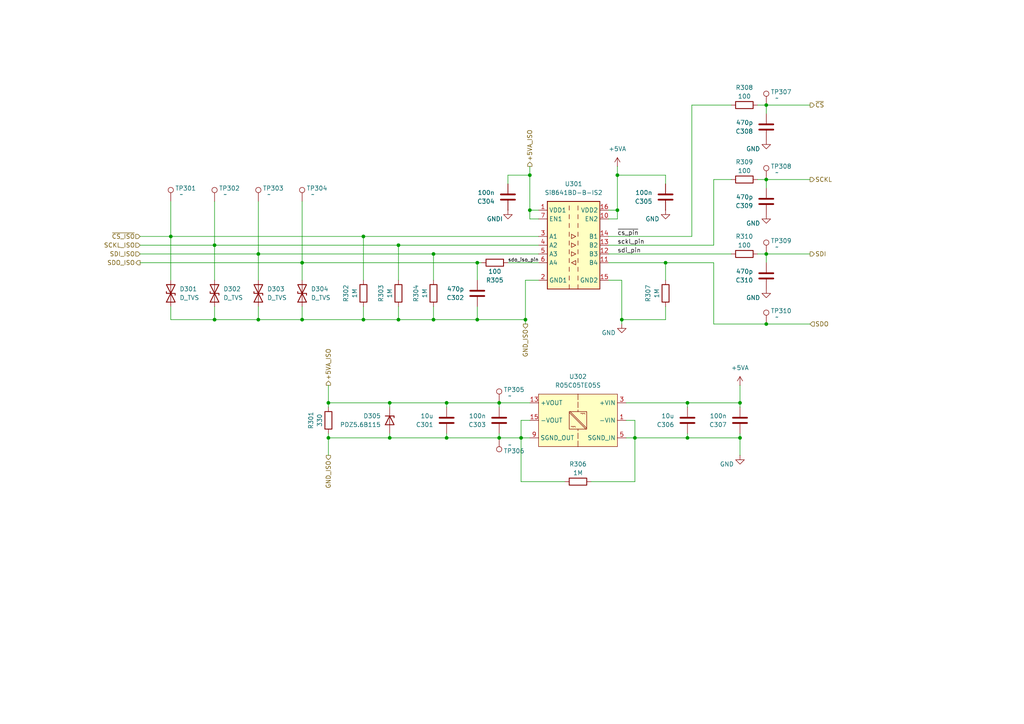
<source format=kicad_sch>
(kicad_sch
	(version 20231120)
	(generator "eeschema")
	(generator_version "8.0")
	(uuid "654afc25-d255-46ff-8b92-f01d7b1afe4f")
	(paper "A4")
	(title_block
		(title "Measurement")
		(date "2025-02-22")
		(rev "0.0.0")
		(company "Open Battery Tester")
		(comment 1 "Digital Interface")
	)
	(lib_symbols
		(symbol "enclosure:C"
			(pin_numbers hide)
			(pin_names
				(offset 0.254)
			)
			(exclude_from_sim no)
			(in_bom yes)
			(on_board yes)
			(property "Reference" "C"
				(at 0.635 2.54 0)
				(effects
					(font
						(size 1.27 1.27)
					)
					(justify left)
				)
			)
			(property "Value" "C"
				(at 0.635 -2.54 0)
				(effects
					(font
						(size 1.27 1.27)
					)
					(justify left)
				)
			)
			(property "Footprint" ""
				(at 0.9652 -3.81 0)
				(effects
					(font
						(size 1.27 1.27)
					)
					(hide yes)
				)
			)
			(property "Datasheet" "~"
				(at 0 0 0)
				(effects
					(font
						(size 1.27 1.27)
					)
					(hide yes)
				)
			)
			(property "Description" "Unpolarized capacitor"
				(at 0 0 0)
				(effects
					(font
						(size 1.27 1.27)
					)
					(hide yes)
				)
			)
			(property "ki_keywords" "cap capacitor"
				(at 0 0 0)
				(effects
					(font
						(size 1.27 1.27)
					)
					(hide yes)
				)
			)
			(property "ki_fp_filters" "C_*"
				(at 0 0 0)
				(effects
					(font
						(size 1.27 1.27)
					)
					(hide yes)
				)
			)
			(symbol "C_0_1"
				(polyline
					(pts
						(xy -2.032 -0.762) (xy 2.032 -0.762)
					)
					(stroke
						(width 0.508)
						(type default)
					)
					(fill
						(type none)
					)
				)
				(polyline
					(pts
						(xy -2.032 0.762) (xy 2.032 0.762)
					)
					(stroke
						(width 0.508)
						(type default)
					)
					(fill
						(type none)
					)
				)
			)
			(symbol "C_1_1"
				(pin passive line
					(at 0 3.81 270)
					(length 2.794)
					(name "~"
						(effects
							(font
								(size 1.27 1.27)
							)
						)
					)
					(number "1"
						(effects
							(font
								(size 1.27 1.27)
							)
						)
					)
				)
				(pin passive line
					(at 0 -3.81 90)
					(length 2.794)
					(name "~"
						(effects
							(font
								(size 1.27 1.27)
							)
						)
					)
					(number "2"
						(effects
							(font
								(size 1.27 1.27)
							)
						)
					)
				)
			)
		)
		(symbol "enclosure:D_TVS"
			(pin_numbers hide)
			(pin_names
				(offset 1.016) hide)
			(exclude_from_sim no)
			(in_bom yes)
			(on_board yes)
			(property "Reference" "D"
				(at 0 2.54 0)
				(effects
					(font
						(size 1.27 1.27)
					)
				)
			)
			(property "Value" "D_TVS"
				(at 0 -2.54 0)
				(effects
					(font
						(size 1.27 1.27)
					)
				)
			)
			(property "Footprint" ""
				(at 0 0 0)
				(effects
					(font
						(size 1.27 1.27)
					)
					(hide yes)
				)
			)
			(property "Datasheet" "~"
				(at 0 0 0)
				(effects
					(font
						(size 1.27 1.27)
					)
					(hide yes)
				)
			)
			(property "Description" "Bidirectional transient-voltage-suppression diode"
				(at 0 0 0)
				(effects
					(font
						(size 1.27 1.27)
					)
					(hide yes)
				)
			)
			(property "ki_keywords" "diode TVS thyrector"
				(at 0 0 0)
				(effects
					(font
						(size 1.27 1.27)
					)
					(hide yes)
				)
			)
			(property "ki_fp_filters" "TO-???* *_Diode_* *SingleDiode* D_*"
				(at 0 0 0)
				(effects
					(font
						(size 1.27 1.27)
					)
					(hide yes)
				)
			)
			(symbol "D_TVS_0_1"
				(polyline
					(pts
						(xy 1.27 0) (xy -1.27 0)
					)
					(stroke
						(width 0)
						(type default)
					)
					(fill
						(type none)
					)
				)
				(polyline
					(pts
						(xy 0.508 1.27) (xy 0 1.27) (xy 0 -1.27) (xy -0.508 -1.27)
					)
					(stroke
						(width 0.254)
						(type default)
					)
					(fill
						(type none)
					)
				)
				(polyline
					(pts
						(xy -2.54 1.27) (xy -2.54 -1.27) (xy 2.54 1.27) (xy 2.54 -1.27) (xy -2.54 1.27)
					)
					(stroke
						(width 0.254)
						(type default)
					)
					(fill
						(type none)
					)
				)
			)
			(symbol "D_TVS_1_1"
				(pin passive line
					(at -3.81 0 0)
					(length 2.54)
					(name "A1"
						(effects
							(font
								(size 1.27 1.27)
							)
						)
					)
					(number "1"
						(effects
							(font
								(size 1.27 1.27)
							)
						)
					)
				)
				(pin passive line
					(at 3.81 0 180)
					(length 2.54)
					(name "A2"
						(effects
							(font
								(size 1.27 1.27)
							)
						)
					)
					(number "2"
						(effects
							(font
								(size 1.27 1.27)
							)
						)
					)
				)
			)
		)
		(symbol "enclosure:D_Zener"
			(pin_numbers hide)
			(pin_names
				(offset 1.016) hide)
			(exclude_from_sim no)
			(in_bom yes)
			(on_board yes)
			(property "Reference" "D"
				(at 0 2.54 0)
				(effects
					(font
						(size 1.27 1.27)
					)
				)
			)
			(property "Value" "D_Zener"
				(at 0 -2.54 0)
				(effects
					(font
						(size 1.27 1.27)
					)
				)
			)
			(property "Footprint" ""
				(at 0 0 0)
				(effects
					(font
						(size 1.27 1.27)
					)
					(hide yes)
				)
			)
			(property "Datasheet" "~"
				(at 0 0 0)
				(effects
					(font
						(size 1.27 1.27)
					)
					(hide yes)
				)
			)
			(property "Description" "Zener diode"
				(at 0 0 0)
				(effects
					(font
						(size 1.27 1.27)
					)
					(hide yes)
				)
			)
			(property "ki_keywords" "diode"
				(at 0 0 0)
				(effects
					(font
						(size 1.27 1.27)
					)
					(hide yes)
				)
			)
			(property "ki_fp_filters" "TO-???* *_Diode_* *SingleDiode* D_*"
				(at 0 0 0)
				(effects
					(font
						(size 1.27 1.27)
					)
					(hide yes)
				)
			)
			(symbol "D_Zener_0_1"
				(polyline
					(pts
						(xy 1.27 0) (xy -1.27 0)
					)
					(stroke
						(width 0)
						(type default)
					)
					(fill
						(type none)
					)
				)
				(polyline
					(pts
						(xy -1.27 -1.27) (xy -1.27 1.27) (xy -0.762 1.27)
					)
					(stroke
						(width 0.254)
						(type default)
					)
					(fill
						(type none)
					)
				)
				(polyline
					(pts
						(xy 1.27 -1.27) (xy 1.27 1.27) (xy -1.27 0) (xy 1.27 -1.27)
					)
					(stroke
						(width 0.254)
						(type default)
					)
					(fill
						(type none)
					)
				)
			)
			(symbol "D_Zener_1_1"
				(pin passive line
					(at -3.81 0 0)
					(length 2.54)
					(name "K"
						(effects
							(font
								(size 1.27 1.27)
							)
						)
					)
					(number "1"
						(effects
							(font
								(size 1.27 1.27)
							)
						)
					)
				)
				(pin passive line
					(at 3.81 0 180)
					(length 2.54)
					(name "A"
						(effects
							(font
								(size 1.27 1.27)
							)
						)
					)
					(number "2"
						(effects
							(font
								(size 1.27 1.27)
							)
						)
					)
				)
			)
		)
		(symbol "enclosure:GND"
			(power)
			(pin_numbers hide)
			(pin_names
				(offset 0) hide)
			(exclude_from_sim no)
			(in_bom yes)
			(on_board yes)
			(property "Reference" "#PWR"
				(at 0 -6.35 0)
				(effects
					(font
						(size 1.27 1.27)
					)
					(hide yes)
				)
			)
			(property "Value" "GND"
				(at 0 -3.81 0)
				(effects
					(font
						(size 1.27 1.27)
					)
				)
			)
			(property "Footprint" ""
				(at 0 0 0)
				(effects
					(font
						(size 1.27 1.27)
					)
					(hide yes)
				)
			)
			(property "Datasheet" ""
				(at 0 0 0)
				(effects
					(font
						(size 1.27 1.27)
					)
					(hide yes)
				)
			)
			(property "Description" "Power symbol creates a global label with name \"GND\" , ground"
				(at 0 0 0)
				(effects
					(font
						(size 1.27 1.27)
					)
					(hide yes)
				)
			)
			(property "ki_keywords" "global power"
				(at 0 0 0)
				(effects
					(font
						(size 1.27 1.27)
					)
					(hide yes)
				)
			)
			(symbol "GND_0_1"
				(polyline
					(pts
						(xy 0 0) (xy 0 -1.27) (xy 1.27 -1.27) (xy 0 -2.54) (xy -1.27 -1.27) (xy 0 -1.27)
					)
					(stroke
						(width 0)
						(type default)
					)
					(fill
						(type none)
					)
				)
			)
			(symbol "GND_1_1"
				(pin power_in line
					(at 0 0 270)
					(length 0)
					(name "~"
						(effects
							(font
								(size 1.27 1.27)
							)
						)
					)
					(number "1"
						(effects
							(font
								(size 1.27 1.27)
							)
						)
					)
				)
			)
		)
		(symbol "enclosure:GNDI"
			(power)
			(pin_numbers hide)
			(pin_names
				(offset 0) hide)
			(exclude_from_sim no)
			(in_bom yes)
			(on_board yes)
			(property "Reference" "#PWR"
				(at 0 -6.35 0)
				(effects
					(font
						(size 1.27 1.27)
					)
					(hide yes)
				)
			)
			(property "Value" "GNDI"
				(at 0 -3.81 0)
				(effects
					(font
						(size 1.27 1.27)
					)
				)
			)
			(property "Footprint" ""
				(at 0 0 0)
				(effects
					(font
						(size 1.27 1.27)
					)
					(hide yes)
				)
			)
			(property "Datasheet" ""
				(at 0 0 0)
				(effects
					(font
						(size 1.27 1.27)
					)
					(hide yes)
				)
			)
			(property "Description" "Power symbol creates a global label with name \"GNDI\" , ground"
				(at 0 0 0)
				(effects
					(font
						(size 1.27 1.27)
					)
					(hide yes)
				)
			)
			(property "ki_keywords" "global power"
				(at 0 0 0)
				(effects
					(font
						(size 1.27 1.27)
					)
					(hide yes)
				)
			)
			(symbol "GNDI_0_1"
				(polyline
					(pts
						(xy 0 0) (xy 0 -1.27) (xy 1.27 -1.27) (xy 0 -2.54) (xy -1.27 -1.27) (xy 0 -1.27)
					)
					(stroke
						(width 0)
						(type default)
					)
					(fill
						(type none)
					)
				)
			)
			(symbol "GNDI_1_1"
				(pin power_in line
					(at 0 0 270)
					(length 0)
					(name "~"
						(effects
							(font
								(size 1.27 1.27)
							)
						)
					)
					(number "1"
						(effects
							(font
								(size 1.27 1.27)
							)
						)
					)
				)
			)
		)
		(symbol "enclosure:R"
			(pin_numbers hide)
			(pin_names
				(offset 0)
			)
			(exclude_from_sim no)
			(in_bom yes)
			(on_board yes)
			(property "Reference" "R"
				(at 2.032 0 90)
				(effects
					(font
						(size 1.27 1.27)
					)
				)
			)
			(property "Value" "R"
				(at 0 0 90)
				(effects
					(font
						(size 1.27 1.27)
					)
				)
			)
			(property "Footprint" ""
				(at -1.778 0 90)
				(effects
					(font
						(size 1.27 1.27)
					)
					(hide yes)
				)
			)
			(property "Datasheet" "~"
				(at 0 0 0)
				(effects
					(font
						(size 1.27 1.27)
					)
					(hide yes)
				)
			)
			(property "Description" "Resistor"
				(at 0 0 0)
				(effects
					(font
						(size 1.27 1.27)
					)
					(hide yes)
				)
			)
			(property "ki_keywords" "R res resistor"
				(at 0 0 0)
				(effects
					(font
						(size 1.27 1.27)
					)
					(hide yes)
				)
			)
			(property "ki_fp_filters" "R_*"
				(at 0 0 0)
				(effects
					(font
						(size 1.27 1.27)
					)
					(hide yes)
				)
			)
			(symbol "R_0_1"
				(rectangle
					(start -1.016 -2.54)
					(end 1.016 2.54)
					(stroke
						(width 0.254)
						(type default)
					)
					(fill
						(type none)
					)
				)
			)
			(symbol "R_1_1"
				(pin passive line
					(at 0 3.81 270)
					(length 1.27)
					(name "~"
						(effects
							(font
								(size 1.27 1.27)
							)
						)
					)
					(number "1"
						(effects
							(font
								(size 1.27 1.27)
							)
						)
					)
				)
				(pin passive line
					(at 0 -3.81 90)
					(length 1.27)
					(name "~"
						(effects
							(font
								(size 1.27 1.27)
							)
						)
					)
					(number "2"
						(effects
							(font
								(size 1.27 1.27)
							)
						)
					)
				)
			)
		)
		(symbol "enclosure:R05C05TE05S"
			(exclude_from_sim no)
			(in_bom yes)
			(on_board yes)
			(property "Reference" "U"
				(at 0 11.43 0)
				(effects
					(font
						(size 1.27 1.27)
					)
				)
			)
			(property "Value" "R05C05TE05S"
				(at 0 8.89 0)
				(effects
					(font
						(size 1.27 1.27)
					)
				)
			)
			(property "Footprint" "Package_SO:SOIC-16W_7.5x10.3mm_P1.27mm"
				(at 0 0 0)
				(effects
					(font
						(size 1.27 1.27)
					)
					(hide yes)
				)
			)
			(property "Datasheet" "https://g.recomcdn.com/media/Datasheet/pdf/.fZe7-AHZ/.tce0d3579c4367bc096e6/Datasheet-514/RxxC05TExxS.pdf"
				(at 0 0 0)
				(effects
					(font
						(size 1.27 1.27)
					)
					(hide yes)
				)
			)
			(property "Description" "DC/DC Converter, Isolated, Regulated"
				(at 0 0 0)
				(effects
					(font
						(size 1.27 1.27)
					)
					(hide yes)
				)
			)
			(symbol "R05C05TE05S_0_0"
				(pin power_in line
					(at -13.97 0 0)
					(length 2.54)
					(name "-VIN"
						(effects
							(font
								(size 1.27 1.27)
							)
						)
					)
					(number "1"
						(effects
							(font
								(size 1.27 1.27)
							)
						)
					)
				)
				(pin passive line
					(at 13.97 -5.08 180)
					(length 2.54) hide
					(name "SGND_OUT"
						(effects
							(font
								(size 1.27 1.27)
							)
						)
					)
					(number "11"
						(effects
							(font
								(size 1.27 1.27)
							)
						)
					)
				)
				(pin passive line
					(at 13.97 -5.08 180)
					(length 2.54) hide
					(name "SGND_OUT"
						(effects
							(font
								(size 1.27 1.27)
							)
						)
					)
					(number "12"
						(effects
							(font
								(size 1.27 1.27)
							)
						)
					)
				)
				(pin power_out line
					(at 13.97 5.08 180)
					(length 2.54)
					(name "+VOUT"
						(effects
							(font
								(size 1.27 1.27)
							)
						)
					)
					(number "13"
						(effects
							(font
								(size 1.27 1.27)
							)
						)
					)
				)
				(pin passive line
					(at 13.97 5.08 180)
					(length 2.54) hide
					(name "+VOUT"
						(effects
							(font
								(size 1.27 1.27)
							)
						)
					)
					(number "14"
						(effects
							(font
								(size 1.27 1.27)
							)
						)
					)
				)
				(pin power_out line
					(at 13.97 0 180)
					(length 2.54)
					(name "-VOUT"
						(effects
							(font
								(size 1.27 1.27)
							)
						)
					)
					(number "15"
						(effects
							(font
								(size 1.27 1.27)
							)
						)
					)
				)
				(pin passive line
					(at 13.97 0 180)
					(length 2.54) hide
					(name "-VOUT"
						(effects
							(font
								(size 1.27 1.27)
							)
						)
					)
					(number "16"
						(effects
							(font
								(size 1.27 1.27)
							)
						)
					)
				)
				(pin passive line
					(at -13.97 0 0)
					(length 2.54) hide
					(name "-VIN"
						(effects
							(font
								(size 1.27 1.27)
							)
						)
					)
					(number "2"
						(effects
							(font
								(size 1.27 1.27)
							)
						)
					)
				)
				(pin power_in line
					(at -13.97 5.08 0)
					(length 2.54)
					(name "+VIN"
						(effects
							(font
								(size 1.27 1.27)
							)
						)
					)
					(number "3"
						(effects
							(font
								(size 1.27 1.27)
							)
						)
					)
				)
				(pin passive line
					(at -13.97 5.08 0)
					(length 2.54) hide
					(name "+VIN"
						(effects
							(font
								(size 1.27 1.27)
							)
						)
					)
					(number "4"
						(effects
							(font
								(size 1.27 1.27)
							)
						)
					)
				)
				(pin input line
					(at -13.97 -5.08 0)
					(length 2.54)
					(name "SGND_IN"
						(effects
							(font
								(size 1.27 1.27)
							)
						)
					)
					(number "5"
						(effects
							(font
								(size 1.27 1.27)
							)
						)
					)
				)
				(pin passive line
					(at -13.97 -5.08 0)
					(length 2.54) hide
					(name "SGND_IN"
						(effects
							(font
								(size 1.27 1.27)
							)
						)
					)
					(number "6"
						(effects
							(font
								(size 1.27 1.27)
							)
						)
					)
				)
				(pin passive line
					(at -13.97 -5.08 0)
					(length 2.54) hide
					(name "SGND_IN"
						(effects
							(font
								(size 1.27 1.27)
							)
						)
					)
					(number "7"
						(effects
							(font
								(size 1.27 1.27)
							)
						)
					)
				)
				(pin passive line
					(at -13.97 -5.08 0)
					(length 2.54) hide
					(name "SGND_IN"
						(effects
							(font
								(size 1.27 1.27)
							)
						)
					)
					(number "8"
						(effects
							(font
								(size 1.27 1.27)
							)
						)
					)
				)
				(pin input line
					(at 13.97 -5.08 180)
					(length 2.54)
					(name "SGND_OUT"
						(effects
							(font
								(size 1.27 1.27)
							)
						)
					)
					(number "9"
						(effects
							(font
								(size 1.27 1.27)
							)
						)
					)
				)
			)
			(symbol "R05C05TE05S_0_1"
				(rectangle
					(start -2.54 2.54)
					(end 2.54 -2.54)
					(stroke
						(width 0)
						(type default)
					)
					(fill
						(type none)
					)
				)
				(polyline
					(pts
						(xy -2.286 -2.54) (xy -2.286 -2.54)
					)
					(stroke
						(width 0)
						(type default)
					)
					(fill
						(type none)
					)
				)
				(polyline
					(pts
						(xy -2.032 1.778) (xy -0.762 1.778)
					)
					(stroke
						(width 0)
						(type dot)
					)
					(fill
						(type none)
					)
				)
				(polyline
					(pts
						(xy -2.032 2.032) (xy -0.762 2.032)
					)
					(stroke
						(width 0)
						(type default)
					)
					(fill
						(type none)
					)
				)
				(polyline
					(pts
						(xy -0.762 1.778) (xy -0.762 1.778)
					)
					(stroke
						(width 0)
						(type default)
					)
					(fill
						(type none)
					)
				)
				(polyline
					(pts
						(xy 0.762 -2.032) (xy 2.032 -2.032)
					)
					(stroke
						(width 0)
						(type dot)
					)
					(fill
						(type none)
					)
				)
				(polyline
					(pts
						(xy 0.762 -1.778) (xy 2.032 -1.778)
					)
					(stroke
						(width 0)
						(type default)
					)
					(fill
						(type none)
					)
				)
				(polyline
					(pts
						(xy 2.286 2.54) (xy -2.54 -2.286)
					)
					(stroke
						(width 0)
						(type default)
					)
					(fill
						(type none)
					)
				)
				(polyline
					(pts
						(xy 2.54 2.286) (xy -2.286 -2.54)
					)
					(stroke
						(width 0)
						(type default)
					)
					(fill
						(type none)
					)
				)
			)
			(symbol "R05C05TE05S_1_0"
				(pin no_connect non_logic
					(at 0 10.16 270)
					(length 2.54) hide
					(name "DNC"
						(effects
							(font
								(size 1.27 1.27)
							)
						)
					)
					(number "10"
						(effects
							(font
								(size 1.27 1.27)
							)
						)
					)
				)
			)
			(symbol "R05C05TE05S_1_1"
				(rectangle
					(start -11.43 7.62)
					(end 11.43 -7.62)
					(stroke
						(width 0)
						(type default)
					)
					(fill
						(type background)
					)
				)
				(polyline
					(pts
						(xy 0 -7.62) (xy 0 -2.54)
					)
					(stroke
						(width 0)
						(type dash)
					)
					(fill
						(type none)
					)
				)
				(polyline
					(pts
						(xy 0 7.62) (xy 0 2.54)
					)
					(stroke
						(width 0)
						(type dash)
					)
					(fill
						(type none)
					)
				)
			)
		)
		(symbol "enclosure:Si8641BD-B-IS2"
			(exclude_from_sim no)
			(in_bom yes)
			(on_board yes)
			(property "Reference" "U"
				(at 0 15.875 0)
				(effects
					(font
						(size 1.27 1.27)
					)
				)
			)
			(property "Value" "Si8641BD-B-IS2"
				(at 0 13.97 0)
				(effects
					(font
						(size 1.27 1.27)
					)
				)
			)
			(property "Footprint" "Package_SO:SOIC-16W_7.5x10.3mm_P1.27mm"
				(at 0 -13.97 0)
				(effects
					(font
						(size 1.27 1.27)
						(italic yes)
					)
					(hide yes)
				)
			)
			(property "Datasheet" "https://www.silabs.com/documents/public/data-sheets/si864x-datasheet.pdf"
				(at 0 10.16 0)
				(effects
					(font
						(size 1.27 1.27)
					)
					(hide yes)
				)
			)
			(property "Description" "Low-Power Quad-Channel Digital Isolator, 150Mbps, 2.5-5.5V, 5.0kV isolation, Fail-Safe Low, 8mm creepage, SOIC-16W"
				(at 0 0 0)
				(effects
					(font
						(size 1.27 1.27)
					)
					(hide yes)
				)
			)
			(property "ki_keywords" "4Ch 3In 1Out Quad Digital Isolator 150Mbps"
				(at 0 0 0)
				(effects
					(font
						(size 1.27 1.27)
					)
					(hide yes)
				)
			)
			(property "ki_fp_filters" "SOIC*7.5x10.3mm*P1.27mm*"
				(at 0 0 0)
				(effects
					(font
						(size 1.27 1.27)
					)
					(hide yes)
				)
			)
			(symbol "Si8641BD-B-IS2_0_1"
				(rectangle
					(start -7.62 12.7)
					(end 7.62 -12.7)
					(stroke
						(width 0.254)
						(type default)
					)
					(fill
						(type background)
					)
				)
				(polyline
					(pts
						(xy -1.27 -11.43) (xy -1.27 -12.7)
					)
					(stroke
						(width 0)
						(type default)
					)
					(fill
						(type none)
					)
				)
				(polyline
					(pts
						(xy -1.27 -8.89) (xy -1.27 -10.16)
					)
					(stroke
						(width 0)
						(type default)
					)
					(fill
						(type none)
					)
				)
				(polyline
					(pts
						(xy -1.27 -6.35) (xy -1.27 -7.62)
					)
					(stroke
						(width 0)
						(type default)
					)
					(fill
						(type none)
					)
				)
				(polyline
					(pts
						(xy -1.27 -3.81) (xy -1.27 -5.08)
					)
					(stroke
						(width 0)
						(type default)
					)
					(fill
						(type none)
					)
				)
				(polyline
					(pts
						(xy -1.27 -1.27) (xy -1.27 -2.54)
					)
					(stroke
						(width 0)
						(type default)
					)
					(fill
						(type none)
					)
				)
				(polyline
					(pts
						(xy -1.27 1.27) (xy -1.27 0)
					)
					(stroke
						(width 0)
						(type default)
					)
					(fill
						(type none)
					)
				)
				(polyline
					(pts
						(xy -1.27 3.81) (xy -1.27 2.54)
					)
					(stroke
						(width 0)
						(type default)
					)
					(fill
						(type none)
					)
				)
				(polyline
					(pts
						(xy -1.27 6.35) (xy -1.27 5.08)
					)
					(stroke
						(width 0)
						(type default)
					)
					(fill
						(type none)
					)
				)
				(polyline
					(pts
						(xy -1.27 8.89) (xy -1.27 7.62)
					)
					(stroke
						(width 0)
						(type default)
					)
					(fill
						(type none)
					)
				)
				(polyline
					(pts
						(xy -1.27 11.43) (xy -1.27 10.16)
					)
					(stroke
						(width 0)
						(type default)
					)
					(fill
						(type none)
					)
				)
				(polyline
					(pts
						(xy 1.27 -11.43) (xy 1.27 -12.7)
					)
					(stroke
						(width 0)
						(type default)
					)
					(fill
						(type none)
					)
				)
				(polyline
					(pts
						(xy 1.27 -8.89) (xy 1.27 -10.16)
					)
					(stroke
						(width 0)
						(type default)
					)
					(fill
						(type none)
					)
				)
				(polyline
					(pts
						(xy 1.27 -6.35) (xy 1.27 -7.62)
					)
					(stroke
						(width 0)
						(type default)
					)
					(fill
						(type none)
					)
				)
				(polyline
					(pts
						(xy 1.27 -3.81) (xy 1.27 -5.08)
					)
					(stroke
						(width 0)
						(type default)
					)
					(fill
						(type none)
					)
				)
				(polyline
					(pts
						(xy 1.27 -1.27) (xy 1.27 -2.54)
					)
					(stroke
						(width 0)
						(type default)
					)
					(fill
						(type none)
					)
				)
				(polyline
					(pts
						(xy 1.27 1.27) (xy 1.27 0)
					)
					(stroke
						(width 0)
						(type default)
					)
					(fill
						(type none)
					)
				)
				(polyline
					(pts
						(xy 1.27 3.81) (xy 1.27 2.54)
					)
					(stroke
						(width 0)
						(type default)
					)
					(fill
						(type none)
					)
				)
				(polyline
					(pts
						(xy 1.27 6.35) (xy 1.27 5.08)
					)
					(stroke
						(width 0)
						(type default)
					)
					(fill
						(type none)
					)
				)
				(polyline
					(pts
						(xy 1.27 8.89) (xy 1.27 7.62)
					)
					(stroke
						(width 0)
						(type default)
					)
					(fill
						(type none)
					)
				)
				(polyline
					(pts
						(xy 1.27 11.43) (xy 1.27 10.16)
					)
					(stroke
						(width 0)
						(type default)
					)
					(fill
						(type none)
					)
				)
				(polyline
					(pts
						(xy -0.635 -5.08) (xy 0.635 -4.445) (xy 0.635 -5.715) (xy -0.635 -5.08)
					)
					(stroke
						(width 0)
						(type default)
					)
					(fill
						(type none)
					)
				)
				(polyline
					(pts
						(xy -0.635 0.635) (xy -0.635 -0.635) (xy 0.635 0) (xy -0.635 0.635)
					)
					(stroke
						(width 0)
						(type default)
					)
					(fill
						(type none)
					)
				)
				(polyline
					(pts
						(xy -0.635 3.175) (xy -0.635 1.905) (xy 0.635 2.54) (xy -0.635 3.175)
					)
					(stroke
						(width 0)
						(type default)
					)
					(fill
						(type none)
					)
				)
				(polyline
					(pts
						(xy 0.635 -2.54) (xy -0.635 -1.905) (xy -0.635 -3.175) (xy 0.635 -2.54)
					)
					(stroke
						(width 0)
						(type default)
					)
					(fill
						(type none)
					)
				)
			)
			(symbol "Si8641BD-B-IS2_1_1"
				(pin power_in line
					(at -10.16 10.16 0)
					(length 2.54)
					(name "VDD1"
						(effects
							(font
								(size 1.27 1.27)
							)
						)
					)
					(number "1"
						(effects
							(font
								(size 1.27 1.27)
							)
						)
					)
				)
				(pin input line
					(at 10.16 7.62 180)
					(length 2.54)
					(name "EN2"
						(effects
							(font
								(size 1.27 1.27)
							)
						)
					)
					(number "10"
						(effects
							(font
								(size 1.27 1.27)
							)
						)
					)
				)
				(pin input line
					(at 10.16 -5.08 180)
					(length 2.54)
					(name "B4"
						(effects
							(font
								(size 1.27 1.27)
							)
						)
					)
					(number "11"
						(effects
							(font
								(size 1.27 1.27)
							)
						)
					)
				)
				(pin output line
					(at 10.16 -2.54 180)
					(length 2.54)
					(name "B3"
						(effects
							(font
								(size 1.27 1.27)
							)
						)
					)
					(number "12"
						(effects
							(font
								(size 1.27 1.27)
							)
						)
					)
				)
				(pin output line
					(at 10.16 0 180)
					(length 2.54)
					(name "B2"
						(effects
							(font
								(size 1.27 1.27)
							)
						)
					)
					(number "13"
						(effects
							(font
								(size 1.27 1.27)
							)
						)
					)
				)
				(pin output line
					(at 10.16 2.54 180)
					(length 2.54)
					(name "B1"
						(effects
							(font
								(size 1.27 1.27)
							)
						)
					)
					(number "14"
						(effects
							(font
								(size 1.27 1.27)
							)
						)
					)
				)
				(pin power_in line
					(at 10.16 -10.16 180)
					(length 2.54)
					(name "GND2"
						(effects
							(font
								(size 1.27 1.27)
							)
						)
					)
					(number "15"
						(effects
							(font
								(size 1.27 1.27)
							)
						)
					)
				)
				(pin power_in line
					(at 10.16 10.16 180)
					(length 2.54)
					(name "VDD2"
						(effects
							(font
								(size 1.27 1.27)
							)
						)
					)
					(number "16"
						(effects
							(font
								(size 1.27 1.27)
							)
						)
					)
				)
				(pin power_in line
					(at -10.16 -10.16 0)
					(length 2.54)
					(name "GND1"
						(effects
							(font
								(size 1.27 1.27)
							)
						)
					)
					(number "2"
						(effects
							(font
								(size 1.27 1.27)
							)
						)
					)
				)
				(pin input line
					(at -10.16 2.54 0)
					(length 2.54)
					(name "A1"
						(effects
							(font
								(size 1.27 1.27)
							)
						)
					)
					(number "3"
						(effects
							(font
								(size 1.27 1.27)
							)
						)
					)
				)
				(pin input line
					(at -10.16 0 0)
					(length 2.54)
					(name "A2"
						(effects
							(font
								(size 1.27 1.27)
							)
						)
					)
					(number "4"
						(effects
							(font
								(size 1.27 1.27)
							)
						)
					)
				)
				(pin input line
					(at -10.16 -2.54 0)
					(length 2.54)
					(name "A3"
						(effects
							(font
								(size 1.27 1.27)
							)
						)
					)
					(number "5"
						(effects
							(font
								(size 1.27 1.27)
							)
						)
					)
				)
				(pin output line
					(at -10.16 -5.08 0)
					(length 2.54)
					(name "A4"
						(effects
							(font
								(size 1.27 1.27)
							)
						)
					)
					(number "6"
						(effects
							(font
								(size 1.27 1.27)
							)
						)
					)
				)
				(pin input line
					(at -10.16 7.62 0)
					(length 2.54)
					(name "EN1"
						(effects
							(font
								(size 1.27 1.27)
							)
						)
					)
					(number "7"
						(effects
							(font
								(size 1.27 1.27)
							)
						)
					)
				)
				(pin passive line
					(at -10.16 -10.16 0)
					(length 2.54) hide
					(name "GND1"
						(effects
							(font
								(size 1.27 1.27)
							)
						)
					)
					(number "8"
						(effects
							(font
								(size 1.27 1.27)
							)
						)
					)
				)
				(pin passive line
					(at 10.16 -10.16 180)
					(length 2.54) hide
					(name "GND2"
						(effects
							(font
								(size 1.27 1.27)
							)
						)
					)
					(number "9"
						(effects
							(font
								(size 1.27 1.27)
							)
						)
					)
				)
			)
		)
		(symbol "enclosure:TestPoint"
			(pin_numbers hide)
			(pin_names
				(offset 0.762) hide)
			(exclude_from_sim no)
			(in_bom yes)
			(on_board yes)
			(property "Reference" "TP"
				(at 0 6.858 0)
				(effects
					(font
						(size 1.27 1.27)
					)
				)
			)
			(property "Value" "TestPoint"
				(at 0 5.08 0)
				(effects
					(font
						(size 1.27 1.27)
					)
				)
			)
			(property "Footprint" ""
				(at 5.08 0 0)
				(effects
					(font
						(size 1.27 1.27)
					)
					(hide yes)
				)
			)
			(property "Datasheet" "~"
				(at 5.08 0 0)
				(effects
					(font
						(size 1.27 1.27)
					)
					(hide yes)
				)
			)
			(property "Description" "test point"
				(at 0 0 0)
				(effects
					(font
						(size 1.27 1.27)
					)
					(hide yes)
				)
			)
			(property "ki_keywords" "test point tp"
				(at 0 0 0)
				(effects
					(font
						(size 1.27 1.27)
					)
					(hide yes)
				)
			)
			(property "ki_fp_filters" "Pin* Test*"
				(at 0 0 0)
				(effects
					(font
						(size 1.27 1.27)
					)
					(hide yes)
				)
			)
			(symbol "TestPoint_0_1"
				(circle
					(center 0 3.302)
					(radius 0.762)
					(stroke
						(width 0)
						(type default)
					)
					(fill
						(type none)
					)
				)
			)
			(symbol "TestPoint_1_1"
				(pin passive line
					(at 0 0 90)
					(length 2.54)
					(name "1"
						(effects
							(font
								(size 1.27 1.27)
							)
						)
					)
					(number "1"
						(effects
							(font
								(size 1.27 1.27)
							)
						)
					)
				)
			)
		)
		(symbol "power:+5VA"
			(power)
			(pin_numbers hide)
			(pin_names
				(offset 0) hide)
			(exclude_from_sim no)
			(in_bom yes)
			(on_board yes)
			(property "Reference" "#PWR"
				(at 0 -3.81 0)
				(effects
					(font
						(size 1.27 1.27)
					)
					(hide yes)
				)
			)
			(property "Value" "+5VA"
				(at 0 3.556 0)
				(effects
					(font
						(size 1.27 1.27)
					)
				)
			)
			(property "Footprint" ""
				(at 0 0 0)
				(effects
					(font
						(size 1.27 1.27)
					)
					(hide yes)
				)
			)
			(property "Datasheet" ""
				(at 0 0 0)
				(effects
					(font
						(size 1.27 1.27)
					)
					(hide yes)
				)
			)
			(property "Description" "Power symbol creates a global label with name \"+5VA\""
				(at 0 0 0)
				(effects
					(font
						(size 1.27 1.27)
					)
					(hide yes)
				)
			)
			(property "ki_keywords" "global power"
				(at 0 0 0)
				(effects
					(font
						(size 1.27 1.27)
					)
					(hide yes)
				)
			)
			(symbol "+5VA_0_1"
				(polyline
					(pts
						(xy -0.762 1.27) (xy 0 2.54)
					)
					(stroke
						(width 0)
						(type default)
					)
					(fill
						(type none)
					)
				)
				(polyline
					(pts
						(xy 0 0) (xy 0 2.54)
					)
					(stroke
						(width 0)
						(type default)
					)
					(fill
						(type none)
					)
				)
				(polyline
					(pts
						(xy 0 2.54) (xy 0.762 1.27)
					)
					(stroke
						(width 0)
						(type default)
					)
					(fill
						(type none)
					)
				)
			)
			(symbol "+5VA_1_1"
				(pin power_in line
					(at 0 0 90)
					(length 0)
					(name "~"
						(effects
							(font
								(size 1.27 1.27)
							)
						)
					)
					(number "1"
						(effects
							(font
								(size 1.27 1.27)
							)
						)
					)
				)
			)
		)
	)
	(junction
		(at 222.25 52.07)
		(diameter 0)
		(color 0 0 0 0)
		(uuid "0c77e49b-cde7-4cd8-a321-2a533a1f4d4f")
	)
	(junction
		(at 222.25 73.66)
		(diameter 0)
		(color 0 0 0 0)
		(uuid "11062232-e3ce-46ba-9e67-76ed49003f7a")
	)
	(junction
		(at 115.57 92.71)
		(diameter 0)
		(color 0 0 0 0)
		(uuid "121bdc8c-f9ba-4878-a3fc-8aadf906ad47")
	)
	(junction
		(at 62.23 92.71)
		(diameter 0)
		(color 0 0 0 0)
		(uuid "12da0913-7b0b-4bab-bb8f-59503b9ebb76")
	)
	(junction
		(at 151.13 127)
		(diameter 0)
		(color 0 0 0 0)
		(uuid "1c742824-b5b3-4aa3-b7f1-7c538dd79a05")
	)
	(junction
		(at 179.07 60.96)
		(diameter 0)
		(color 0 0 0 0)
		(uuid "26617663-dcb1-4f63-b7af-15920cb79ae1")
	)
	(junction
		(at 105.41 92.71)
		(diameter 0)
		(color 0 0 0 0)
		(uuid "27facb5c-923d-455c-9271-8b0c9bbfbaf6")
	)
	(junction
		(at 222.25 30.48)
		(diameter 0)
		(color 0 0 0 0)
		(uuid "2db9c384-0443-4a83-98f5-28515efeee2c")
	)
	(junction
		(at 125.73 73.66)
		(diameter 0)
		(color 0 0 0 0)
		(uuid "335fe83a-3171-4a15-9e1c-448c6bc95977")
	)
	(junction
		(at 180.34 92.71)
		(diameter 0)
		(color 0 0 0 0)
		(uuid "36d09965-c200-4ffc-9efe-e5d6605c692c")
	)
	(junction
		(at 49.53 68.58)
		(diameter 0)
		(color 0 0 0 0)
		(uuid "3812e851-3b18-4ae8-bf88-8ffbaed2c973")
	)
	(junction
		(at 62.23 71.12)
		(diameter 0)
		(color 0 0 0 0)
		(uuid "4345b0cc-830c-46d0-a0d4-46716ca4c7c7")
	)
	(junction
		(at 153.67 60.96)
		(diameter 0)
		(color 0 0 0 0)
		(uuid "44f669ff-b500-4f07-92d6-ae00df63c842")
	)
	(junction
		(at 115.57 71.12)
		(diameter 0)
		(color 0 0 0 0)
		(uuid "4bc95a57-e97a-4235-a194-fb10f054abb6")
	)
	(junction
		(at 113.03 127)
		(diameter 0)
		(color 0 0 0 0)
		(uuid "4e63a3bb-b21a-404f-aed8-58c606020945")
	)
	(junction
		(at 214.63 127)
		(diameter 0)
		(color 0 0 0 0)
		(uuid "515d0fa1-90e6-49ef-876a-a2f84f2fb6e9")
	)
	(junction
		(at 113.03 116.84)
		(diameter 0)
		(color 0 0 0 0)
		(uuid "521356a1-6096-4bab-bd0c-4179a18b7512")
	)
	(junction
		(at 193.04 76.2)
		(diameter 0)
		(color 0 0 0 0)
		(uuid "576c1a32-934a-4fee-af9c-f1b4a5f8742a")
	)
	(junction
		(at 87.63 76.2)
		(diameter 0)
		(color 0 0 0 0)
		(uuid "599c421f-7c18-4cab-bf2c-fbe52969453f")
	)
	(junction
		(at 74.93 73.66)
		(diameter 0)
		(color 0 0 0 0)
		(uuid "5ad77ae5-f205-4b3d-8ffe-c1cc95003d6d")
	)
	(junction
		(at 184.15 127)
		(diameter 0)
		(color 0 0 0 0)
		(uuid "617278bc-bb57-43e2-8df2-8c4febf0601c")
	)
	(junction
		(at 138.43 92.71)
		(diameter 0)
		(color 0 0 0 0)
		(uuid "660f71da-0d07-41a0-9001-b8aa21712435")
	)
	(junction
		(at 138.43 76.2)
		(diameter 0)
		(color 0 0 0 0)
		(uuid "6f785dbd-c7ba-4846-8d16-6485ac298c92")
	)
	(junction
		(at 144.78 116.84)
		(diameter 0)
		(color 0 0 0 0)
		(uuid "7041cce6-8c5d-4d4b-b3e1-9b3abb68baf3")
	)
	(junction
		(at 144.78 127)
		(diameter 0)
		(color 0 0 0 0)
		(uuid "7803286a-1641-4e4b-b45c-9636d9a9bf07")
	)
	(junction
		(at 129.54 116.84)
		(diameter 0)
		(color 0 0 0 0)
		(uuid "78043608-1eda-4455-995b-bcf49485909c")
	)
	(junction
		(at 222.25 93.98)
		(diameter 0)
		(color 0 0 0 0)
		(uuid "7eda2392-f193-45d2-b8f0-aae3d1975afb")
	)
	(junction
		(at 87.63 92.71)
		(diameter 0)
		(color 0 0 0 0)
		(uuid "865d7e5f-98ff-4dfd-9bd7-065c1e6f4477")
	)
	(junction
		(at 129.54 127)
		(diameter 0)
		(color 0 0 0 0)
		(uuid "874b7172-17b3-4eca-b43e-6d101224762f")
	)
	(junction
		(at 105.41 68.58)
		(diameter 0)
		(color 0 0 0 0)
		(uuid "8f14fd1f-715c-4b9a-aedc-cafc3c3b1230")
	)
	(junction
		(at 199.39 127)
		(diameter 0)
		(color 0 0 0 0)
		(uuid "9739d86a-1fdf-47b1-9cf6-1cecff66ae1d")
	)
	(junction
		(at 152.4 92.71)
		(diameter 0)
		(color 0 0 0 0)
		(uuid "9e075301-8c03-441e-808c-fa549dee3575")
	)
	(junction
		(at 95.25 116.84)
		(diameter 0)
		(color 0 0 0 0)
		(uuid "a894e743-31fe-4f15-b908-301a036c3b44")
	)
	(junction
		(at 179.07 50.8)
		(diameter 0)
		(color 0 0 0 0)
		(uuid "b1151f8b-a079-4c57-a39e-fc3842a34dcb")
	)
	(junction
		(at 74.93 92.71)
		(diameter 0)
		(color 0 0 0 0)
		(uuid "b814049c-6123-41cf-b2f5-a78457102779")
	)
	(junction
		(at 214.63 116.84)
		(diameter 0)
		(color 0 0 0 0)
		(uuid "ceac5b4c-f52d-4328-8ccd-0f333c391f60")
	)
	(junction
		(at 199.39 116.84)
		(diameter 0)
		(color 0 0 0 0)
		(uuid "e1f62e45-31f5-48e3-8002-755d3c0b4def")
	)
	(junction
		(at 125.73 92.71)
		(diameter 0)
		(color 0 0 0 0)
		(uuid "e8275a9a-4a96-4ffd-a264-def20fb8c6bf")
	)
	(junction
		(at 153.67 50.8)
		(diameter 0)
		(color 0 0 0 0)
		(uuid "f9b3f2be-4c82-42c8-9fbb-6cc04b8aeb0d")
	)
	(junction
		(at 95.25 127)
		(diameter 0)
		(color 0 0 0 0)
		(uuid "fcb50c71-c25a-4a51-98b5-337130a1908f")
	)
	(wire
		(pts
			(xy 95.25 116.84) (xy 95.25 111.76)
		)
		(stroke
			(width 0)
			(type default)
		)
		(uuid "00bc2ac7-c889-4e92-899b-bac9be2e2b37")
	)
	(wire
		(pts
			(xy 193.04 88.9) (xy 193.04 92.71)
		)
		(stroke
			(width 0)
			(type default)
		)
		(uuid "09856d42-e82e-4cf4-9c59-4ef218a220c4")
	)
	(wire
		(pts
			(xy 214.63 127) (xy 214.63 132.08)
		)
		(stroke
			(width 0)
			(type default)
		)
		(uuid "0be2a6c0-32fa-4dbe-afc9-c5f326659833")
	)
	(wire
		(pts
			(xy 179.07 50.8) (xy 179.07 60.96)
		)
		(stroke
			(width 0)
			(type default)
		)
		(uuid "0c349bae-c794-4d85-9dc6-0a34c18ff675")
	)
	(wire
		(pts
			(xy 180.34 93.98) (xy 180.34 92.71)
		)
		(stroke
			(width 0)
			(type default)
		)
		(uuid "14578637-7213-4792-8a42-99028e260b71")
	)
	(wire
		(pts
			(xy 207.01 71.12) (xy 176.53 71.12)
		)
		(stroke
			(width 0)
			(type default)
		)
		(uuid "1487913c-1878-4547-963b-251b36f9e7c4")
	)
	(wire
		(pts
			(xy 40.64 76.2) (xy 87.63 76.2)
		)
		(stroke
			(width 0)
			(type default)
		)
		(uuid "17137c8d-c6d0-4463-93ac-91431b17581e")
	)
	(wire
		(pts
			(xy 125.73 88.9) (xy 125.73 92.71)
		)
		(stroke
			(width 0)
			(type default)
		)
		(uuid "1a671e7f-5812-41da-b91d-8132f66f4c76")
	)
	(wire
		(pts
			(xy 147.32 76.2) (xy 156.21 76.2)
		)
		(stroke
			(width 0)
			(type default)
		)
		(uuid "1bb6d66a-6f10-4c63-a32c-d864eb4340bc")
	)
	(wire
		(pts
			(xy 153.67 50.8) (xy 153.67 60.96)
		)
		(stroke
			(width 0)
			(type default)
		)
		(uuid "20205bc0-7cbf-4492-8043-966665142107")
	)
	(wire
		(pts
			(xy 87.63 58.42) (xy 87.63 76.2)
		)
		(stroke
			(width 0)
			(type default)
		)
		(uuid "22e941c7-6159-440f-a694-2ef1f542c4c8")
	)
	(wire
		(pts
			(xy 49.53 68.58) (xy 49.53 81.28)
		)
		(stroke
			(width 0)
			(type default)
		)
		(uuid "282c83fa-5c26-43f9-84a5-9b38e1dd980e")
	)
	(wire
		(pts
			(xy 151.13 121.92) (xy 151.13 127)
		)
		(stroke
			(width 0)
			(type default)
		)
		(uuid "2a206b3f-f73d-42a9-9936-94e61585acdf")
	)
	(wire
		(pts
			(xy 125.73 73.66) (xy 125.73 81.28)
		)
		(stroke
			(width 0)
			(type default)
		)
		(uuid "2aa31c0c-5463-4dce-8d8b-d776e4f8a77d")
	)
	(wire
		(pts
			(xy 193.04 92.71) (xy 180.34 92.71)
		)
		(stroke
			(width 0)
			(type default)
		)
		(uuid "2ced9abb-1462-4524-a9f8-2f249a28aff8")
	)
	(wire
		(pts
			(xy 95.25 118.11) (xy 95.25 116.84)
		)
		(stroke
			(width 0)
			(type default)
		)
		(uuid "2d37c92c-3c74-4ac0-b0ba-e27bd6408f3a")
	)
	(wire
		(pts
			(xy 129.54 125.73) (xy 129.54 127)
		)
		(stroke
			(width 0)
			(type default)
		)
		(uuid "2e24779b-d6b5-4bce-9cb1-3bbace686ef2")
	)
	(wire
		(pts
			(xy 153.67 121.92) (xy 151.13 121.92)
		)
		(stroke
			(width 0)
			(type default)
		)
		(uuid "32eb0e85-81fd-4b1b-9764-bc929a9f0bd7")
	)
	(wire
		(pts
			(xy 193.04 50.8) (xy 193.04 53.34)
		)
		(stroke
			(width 0)
			(type default)
		)
		(uuid "33503daf-b650-43aa-9a7f-7fc2df06cd44")
	)
	(wire
		(pts
			(xy 171.45 139.7) (xy 184.15 139.7)
		)
		(stroke
			(width 0)
			(type default)
		)
		(uuid "355dc7fe-349a-487c-8757-7dea1a0d59cb")
	)
	(wire
		(pts
			(xy 87.63 92.71) (xy 105.41 92.71)
		)
		(stroke
			(width 0)
			(type default)
		)
		(uuid "35eddede-abe7-471f-b682-79a694e817f3")
	)
	(wire
		(pts
			(xy 153.67 48.26) (xy 153.67 50.8)
		)
		(stroke
			(width 0)
			(type default)
		)
		(uuid "36585068-c380-4509-99ae-0393b4dc71b1")
	)
	(wire
		(pts
			(xy 222.25 52.07) (xy 234.95 52.07)
		)
		(stroke
			(width 0)
			(type default)
		)
		(uuid "36f53be2-d6f8-4f62-8e4a-47554bc11ca5")
	)
	(wire
		(pts
			(xy 115.57 88.9) (xy 115.57 92.71)
		)
		(stroke
			(width 0)
			(type default)
		)
		(uuid "3e1e316e-bd25-4205-891f-3917911797bd")
	)
	(wire
		(pts
			(xy 74.93 92.71) (xy 87.63 92.71)
		)
		(stroke
			(width 0)
			(type default)
		)
		(uuid "44be5f84-4626-4751-be12-7c818d0becd9")
	)
	(wire
		(pts
			(xy 62.23 58.42) (xy 62.23 71.12)
		)
		(stroke
			(width 0)
			(type default)
		)
		(uuid "47eb577b-3d21-471e-80ae-3fe0cefa75ad")
	)
	(wire
		(pts
			(xy 125.73 73.66) (xy 156.21 73.66)
		)
		(stroke
			(width 0)
			(type default)
		)
		(uuid "4b53ef3d-4005-4bcf-9e72-10fb1d31ef34")
	)
	(wire
		(pts
			(xy 151.13 139.7) (xy 163.83 139.7)
		)
		(stroke
			(width 0)
			(type default)
		)
		(uuid "4c9487a2-ff69-44e5-ab38-db884a26723f")
	)
	(wire
		(pts
			(xy 214.63 111.76) (xy 214.63 116.84)
		)
		(stroke
			(width 0)
			(type default)
		)
		(uuid "4cf5725e-1a3c-4ab7-9e54-12b691451375")
	)
	(wire
		(pts
			(xy 200.66 68.58) (xy 176.53 68.58)
		)
		(stroke
			(width 0)
			(type default)
		)
		(uuid "53df2cf0-7784-4ba4-93c4-a66a2556987a")
	)
	(wire
		(pts
			(xy 138.43 76.2) (xy 138.43 81.28)
		)
		(stroke
			(width 0)
			(type default)
		)
		(uuid "59ea9964-dece-47a2-82ce-4d8d1afee6f3")
	)
	(wire
		(pts
			(xy 152.4 81.28) (xy 156.21 81.28)
		)
		(stroke
			(width 0)
			(type default)
		)
		(uuid "5e3d7d76-9ef3-444a-9286-0704947437a4")
	)
	(wire
		(pts
			(xy 180.34 92.71) (xy 180.34 81.28)
		)
		(stroke
			(width 0)
			(type default)
		)
		(uuid "5fb013b2-43c4-4e3c-a202-b4f089da43f4")
	)
	(wire
		(pts
			(xy 184.15 139.7) (xy 184.15 127)
		)
		(stroke
			(width 0)
			(type default)
		)
		(uuid "63032c3e-79e2-48da-97f0-b11b686a3e3d")
	)
	(wire
		(pts
			(xy 151.13 127) (xy 151.13 139.7)
		)
		(stroke
			(width 0)
			(type default)
		)
		(uuid "6353db1d-c031-4b8f-93c6-654679d199c2")
	)
	(wire
		(pts
			(xy 222.25 30.48) (xy 234.95 30.48)
		)
		(stroke
			(width 0)
			(type default)
		)
		(uuid "63d2ad33-89b3-4c7c-b281-5e750b761d14")
	)
	(wire
		(pts
			(xy 105.41 88.9) (xy 105.41 92.71)
		)
		(stroke
			(width 0)
			(type default)
		)
		(uuid "64aff4de-7548-45fe-a4e3-998fc62a7fe1")
	)
	(wire
		(pts
			(xy 115.57 71.12) (xy 156.21 71.12)
		)
		(stroke
			(width 0)
			(type default)
		)
		(uuid "66f28409-addd-4515-92c7-7d1f8f117962")
	)
	(wire
		(pts
			(xy 40.64 68.58) (xy 49.53 68.58)
		)
		(stroke
			(width 0)
			(type default)
		)
		(uuid "67b1238c-9b24-4315-8c23-fb211f28eaab")
	)
	(wire
		(pts
			(xy 153.67 60.96) (xy 153.67 63.5)
		)
		(stroke
			(width 0)
			(type default)
		)
		(uuid "684a5843-ef2f-4914-a597-cde086b7c394")
	)
	(wire
		(pts
			(xy 49.53 92.71) (xy 49.53 88.9)
		)
		(stroke
			(width 0)
			(type default)
		)
		(uuid "687f4d25-5a8d-4398-a9d4-b1f862f3109b")
	)
	(wire
		(pts
			(xy 222.25 30.48) (xy 219.71 30.48)
		)
		(stroke
			(width 0)
			(type default)
		)
		(uuid "691851ab-e791-49e3-a7ba-6e7d0cecb28c")
	)
	(wire
		(pts
			(xy 207.01 52.07) (xy 207.01 71.12)
		)
		(stroke
			(width 0)
			(type default)
		)
		(uuid "6ac212db-805b-446d-b6f3-3a64f2bb898d")
	)
	(wire
		(pts
			(xy 113.03 127) (xy 129.54 127)
		)
		(stroke
			(width 0)
			(type default)
		)
		(uuid "6c66b8bc-15b9-46d9-abf4-cee42e711815")
	)
	(wire
		(pts
			(xy 222.25 76.2) (xy 222.25 73.66)
		)
		(stroke
			(width 0)
			(type default)
		)
		(uuid "6df4dd5b-f995-4360-bac7-5ad4f1c361f9")
	)
	(wire
		(pts
			(xy 222.25 52.07) (xy 219.71 52.07)
		)
		(stroke
			(width 0)
			(type default)
		)
		(uuid "705814a8-063a-485a-af63-29eda9786487")
	)
	(wire
		(pts
			(xy 74.93 73.66) (xy 125.73 73.66)
		)
		(stroke
			(width 0)
			(type default)
		)
		(uuid "72e6aa88-6a2d-47c5-9c29-5835bb518449")
	)
	(wire
		(pts
			(xy 113.03 127) (xy 95.25 127)
		)
		(stroke
			(width 0)
			(type default)
		)
		(uuid "737d37da-981b-49ab-a028-11d551578195")
	)
	(wire
		(pts
			(xy 113.03 116.84) (xy 129.54 116.84)
		)
		(stroke
			(width 0)
			(type default)
		)
		(uuid "75714736-f954-4177-aec5-7d91f5a0a30b")
	)
	(wire
		(pts
			(xy 144.78 125.73) (xy 144.78 127)
		)
		(stroke
			(width 0)
			(type default)
		)
		(uuid "762ddef8-ea46-442e-831b-7de52e9ab152")
	)
	(wire
		(pts
			(xy 199.39 125.73) (xy 199.39 127)
		)
		(stroke
			(width 0)
			(type default)
		)
		(uuid "85a97600-a836-4774-8b5c-8f548020b43c")
	)
	(wire
		(pts
			(xy 222.25 93.98) (xy 234.95 93.98)
		)
		(stroke
			(width 0)
			(type default)
		)
		(uuid "8a0a55d0-c576-40df-9dd3-7c1188413305")
	)
	(wire
		(pts
			(xy 115.57 71.12) (xy 115.57 81.28)
		)
		(stroke
			(width 0)
			(type default)
		)
		(uuid "8a9f5de0-89d0-4563-abf3-454de6814d5b")
	)
	(wire
		(pts
			(xy 62.23 71.12) (xy 115.57 71.12)
		)
		(stroke
			(width 0)
			(type default)
		)
		(uuid "8c28effc-8f61-41fb-8c22-d0252052a214")
	)
	(wire
		(pts
			(xy 62.23 92.71) (xy 49.53 92.71)
		)
		(stroke
			(width 0)
			(type default)
		)
		(uuid "8c5b0761-307e-4606-866a-44da9ba4cc7f")
	)
	(wire
		(pts
			(xy 153.67 60.96) (xy 156.21 60.96)
		)
		(stroke
			(width 0)
			(type default)
		)
		(uuid "8caf1f51-f7fa-4add-a4de-442d1be56174")
	)
	(wire
		(pts
			(xy 176.53 60.96) (xy 179.07 60.96)
		)
		(stroke
			(width 0)
			(type default)
		)
		(uuid "9102245b-77c9-4049-98a1-4547cb53acad")
	)
	(wire
		(pts
			(xy 180.34 81.28) (xy 176.53 81.28)
		)
		(stroke
			(width 0)
			(type default)
		)
		(uuid "93b5a4e6-4e75-4c0e-bd46-7f2eb2ab063b")
	)
	(wire
		(pts
			(xy 207.01 76.2) (xy 193.04 76.2)
		)
		(stroke
			(width 0)
			(type default)
		)
		(uuid "98d52401-f215-4f11-9ca8-d9a5fb624807")
	)
	(wire
		(pts
			(xy 74.93 92.71) (xy 74.93 88.9)
		)
		(stroke
			(width 0)
			(type default)
		)
		(uuid "9a47c6af-8af2-453c-885b-37cc674ecde7")
	)
	(wire
		(pts
			(xy 212.09 52.07) (xy 207.01 52.07)
		)
		(stroke
			(width 0)
			(type default)
		)
		(uuid "9b9dc69f-f992-4822-9689-14cbfa9012ee")
	)
	(wire
		(pts
			(xy 129.54 116.84) (xy 144.78 116.84)
		)
		(stroke
			(width 0)
			(type default)
		)
		(uuid "9d3af809-9fcc-443e-965f-a9ecb6ef4e69")
	)
	(wire
		(pts
			(xy 222.25 73.66) (xy 234.95 73.66)
		)
		(stroke
			(width 0)
			(type default)
		)
		(uuid "9d689df6-b322-41ac-b21a-6db2e82229fb")
	)
	(wire
		(pts
			(xy 222.25 33.02) (xy 222.25 30.48)
		)
		(stroke
			(width 0)
			(type default)
		)
		(uuid "a21f9cdf-23e5-41c5-a0ab-948b046a05df")
	)
	(wire
		(pts
			(xy 144.78 127) (xy 151.13 127)
		)
		(stroke
			(width 0)
			(type default)
		)
		(uuid "a2ecc72e-53ef-4d46-8bb6-eb409a2b3021")
	)
	(wire
		(pts
			(xy 179.07 50.8) (xy 193.04 50.8)
		)
		(stroke
			(width 0)
			(type default)
		)
		(uuid "a338d49d-5bc3-4a06-b1fc-5541866473a9")
	)
	(wire
		(pts
			(xy 144.78 116.84) (xy 144.78 118.11)
		)
		(stroke
			(width 0)
			(type default)
		)
		(uuid "a57a270f-8df6-416b-8f73-8ec590a9321e")
	)
	(wire
		(pts
			(xy 152.4 81.28) (xy 152.4 92.71)
		)
		(stroke
			(width 0)
			(type default)
		)
		(uuid "a611a2a7-3083-4732-914b-313be617631b")
	)
	(wire
		(pts
			(xy 95.25 127) (xy 95.25 132.08)
		)
		(stroke
			(width 0)
			(type default)
		)
		(uuid "a61dcfd2-268e-4a04-bf7a-e0b807968296")
	)
	(wire
		(pts
			(xy 138.43 92.71) (xy 152.4 92.71)
		)
		(stroke
			(width 0)
			(type default)
		)
		(uuid "a68f83b7-2427-4780-bb96-7ced9ab022e3")
	)
	(wire
		(pts
			(xy 200.66 30.48) (xy 200.66 68.58)
		)
		(stroke
			(width 0)
			(type default)
		)
		(uuid "af5b180a-5ec0-4a8a-8d74-1d481b8e3b49")
	)
	(wire
		(pts
			(xy 214.63 118.11) (xy 214.63 116.84)
		)
		(stroke
			(width 0)
			(type default)
		)
		(uuid "b01a024c-6b42-4248-b25f-39dc1b113eb6")
	)
	(wire
		(pts
			(xy 87.63 76.2) (xy 138.43 76.2)
		)
		(stroke
			(width 0)
			(type default)
		)
		(uuid "b0a03baf-7c2b-4de0-8190-0ecf201f490b")
	)
	(wire
		(pts
			(xy 222.25 54.61) (xy 222.25 52.07)
		)
		(stroke
			(width 0)
			(type default)
		)
		(uuid "b2f098aa-3659-4a2b-a71c-5541bafde4db")
	)
	(wire
		(pts
			(xy 115.57 92.71) (xy 125.73 92.71)
		)
		(stroke
			(width 0)
			(type default)
		)
		(uuid "b430019f-b09c-4be4-bf01-edc6f0cd9035")
	)
	(wire
		(pts
			(xy 40.64 73.66) (xy 74.93 73.66)
		)
		(stroke
			(width 0)
			(type default)
		)
		(uuid "b4686613-dd25-4526-9384-849c7c4ce8da")
	)
	(wire
		(pts
			(xy 74.93 58.42) (xy 74.93 73.66)
		)
		(stroke
			(width 0)
			(type default)
		)
		(uuid "b6e46b62-2507-4d61-bb0e-9912ac9442a3")
	)
	(wire
		(pts
			(xy 49.53 68.58) (xy 105.41 68.58)
		)
		(stroke
			(width 0)
			(type default)
		)
		(uuid "b9d8646f-0554-4a34-baf8-617a82b4013d")
	)
	(wire
		(pts
			(xy 62.23 92.71) (xy 62.23 88.9)
		)
		(stroke
			(width 0)
			(type default)
		)
		(uuid "ba0b1a99-d267-4d81-b9e0-7b03fe6c2377")
	)
	(wire
		(pts
			(xy 179.07 48.26) (xy 179.07 50.8)
		)
		(stroke
			(width 0)
			(type default)
		)
		(uuid "ba10897c-cacb-4e33-b701-91406f4d6104")
	)
	(wire
		(pts
			(xy 181.61 121.92) (xy 184.15 121.92)
		)
		(stroke
			(width 0)
			(type default)
		)
		(uuid "ba9b24c0-3c90-4ecb-a255-24f1d628ef62")
	)
	(wire
		(pts
			(xy 138.43 88.9) (xy 138.43 92.71)
		)
		(stroke
			(width 0)
			(type default)
		)
		(uuid "bae80f3c-0277-4f5d-b2fe-42777c012cc9")
	)
	(wire
		(pts
			(xy 156.21 63.5) (xy 153.67 63.5)
		)
		(stroke
			(width 0)
			(type default)
		)
		(uuid "bc034f93-d58b-4289-ba7a-a8c9c80501d8")
	)
	(wire
		(pts
			(xy 113.03 125.73) (xy 113.03 127)
		)
		(stroke
			(width 0)
			(type default)
		)
		(uuid "bd0d0844-2979-4847-828b-d583e75ce9af")
	)
	(wire
		(pts
			(xy 184.15 121.92) (xy 184.15 127)
		)
		(stroke
			(width 0)
			(type default)
		)
		(uuid "bdc1d481-1e11-4ff5-803f-5f599fd6cc45")
	)
	(wire
		(pts
			(xy 184.15 127) (xy 199.39 127)
		)
		(stroke
			(width 0)
			(type default)
		)
		(uuid "c3599cfb-3e20-4912-bf97-c96935f9ab87")
	)
	(wire
		(pts
			(xy 193.04 76.2) (xy 193.04 81.28)
		)
		(stroke
			(width 0)
			(type default)
		)
		(uuid "c738b65b-2028-48f1-9c9b-65f7ed41ad49")
	)
	(wire
		(pts
			(xy 151.13 127) (xy 153.67 127)
		)
		(stroke
			(width 0)
			(type default)
		)
		(uuid "c8e8cb83-2d71-4960-9853-f43dd21fcb20")
	)
	(wire
		(pts
			(xy 95.25 116.84) (xy 113.03 116.84)
		)
		(stroke
			(width 0)
			(type default)
		)
		(uuid "c9b467cf-9157-4c18-baba-4c550b4a80e7")
	)
	(wire
		(pts
			(xy 200.66 30.48) (xy 212.09 30.48)
		)
		(stroke
			(width 0)
			(type default)
		)
		(uuid "ca517947-6c84-4486-a164-08f00a33cef1")
	)
	(wire
		(pts
			(xy 144.78 116.84) (xy 153.67 116.84)
		)
		(stroke
			(width 0)
			(type default)
		)
		(uuid "cb0d9aac-1273-478b-a340-45aceee4b963")
	)
	(wire
		(pts
			(xy 138.43 76.2) (xy 139.7 76.2)
		)
		(stroke
			(width 0)
			(type default)
		)
		(uuid "cb47784d-a246-4419-823e-d886da2994d8")
	)
	(wire
		(pts
			(xy 49.53 58.42) (xy 49.53 68.58)
		)
		(stroke
			(width 0)
			(type default)
		)
		(uuid "cb5d15ab-07d9-4a50-989d-3c96c7ab23d3")
	)
	(wire
		(pts
			(xy 62.23 71.12) (xy 62.23 81.28)
		)
		(stroke
			(width 0)
			(type default)
		)
		(uuid "cbfdceb6-f9c0-4157-9553-e77af598c01e")
	)
	(wire
		(pts
			(xy 214.63 127) (xy 199.39 127)
		)
		(stroke
			(width 0)
			(type default)
		)
		(uuid "cc3865ac-4523-498b-a216-96b45e4f44bc")
	)
	(wire
		(pts
			(xy 152.4 93.98) (xy 152.4 92.71)
		)
		(stroke
			(width 0)
			(type default)
		)
		(uuid "cef94cfe-2e89-4f37-b169-0b5e9b65f07c")
	)
	(wire
		(pts
			(xy 105.41 92.71) (xy 115.57 92.71)
		)
		(stroke
			(width 0)
			(type default)
		)
		(uuid "cf994fe9-bd8c-422e-9c26-ed6eacd5515e")
	)
	(wire
		(pts
			(xy 40.64 71.12) (xy 62.23 71.12)
		)
		(stroke
			(width 0)
			(type default)
		)
		(uuid "d071ed82-c6d9-4e5a-8f01-181c3f129cc5")
	)
	(wire
		(pts
			(xy 199.39 118.11) (xy 199.39 116.84)
		)
		(stroke
			(width 0)
			(type default)
		)
		(uuid "d0cf17c0-621e-4082-bbf8-dadc9a6c822f")
	)
	(wire
		(pts
			(xy 181.61 116.84) (xy 199.39 116.84)
		)
		(stroke
			(width 0)
			(type default)
		)
		(uuid "d2f6d731-f2de-4508-866b-8d37fffcf874")
	)
	(wire
		(pts
			(xy 214.63 125.73) (xy 214.63 127)
		)
		(stroke
			(width 0)
			(type default)
		)
		(uuid "d41e279e-e45b-46af-b4f9-0bafb1aedb29")
	)
	(wire
		(pts
			(xy 207.01 93.98) (xy 207.01 76.2)
		)
		(stroke
			(width 0)
			(type default)
		)
		(uuid "d54d4461-b455-402b-ab6d-bd62f3ace555")
	)
	(wire
		(pts
			(xy 147.32 50.8) (xy 147.32 53.34)
		)
		(stroke
			(width 0)
			(type default)
		)
		(uuid "d63218ff-416e-480a-9677-2ae8e45b47f9")
	)
	(wire
		(pts
			(xy 74.93 73.66) (xy 74.93 81.28)
		)
		(stroke
			(width 0)
			(type default)
		)
		(uuid "d6cbb213-2939-4ce0-9610-90332b038ea2")
	)
	(wire
		(pts
			(xy 176.53 63.5) (xy 179.07 63.5)
		)
		(stroke
			(width 0)
			(type default)
		)
		(uuid "d6ebf281-0f0b-496f-9400-93d850890ad4")
	)
	(wire
		(pts
			(xy 144.78 127) (xy 129.54 127)
		)
		(stroke
			(width 0)
			(type default)
		)
		(uuid "d7ea25d6-0490-4a3c-a4bb-f6d5a26f9634")
	)
	(wire
		(pts
			(xy 95.25 127) (xy 95.25 125.73)
		)
		(stroke
			(width 0)
			(type default)
		)
		(uuid "dd0a704a-7f82-4b5e-92f8-0374a789a1a5")
	)
	(wire
		(pts
			(xy 222.25 73.66) (xy 219.71 73.66)
		)
		(stroke
			(width 0)
			(type default)
		)
		(uuid "dd45f82c-2481-41ad-9b3a-74753261e453")
	)
	(wire
		(pts
			(xy 87.63 76.2) (xy 87.63 81.28)
		)
		(stroke
			(width 0)
			(type default)
		)
		(uuid "ddf0eaa4-ab81-4724-93ea-53e2acff2004")
	)
	(wire
		(pts
			(xy 105.41 68.58) (xy 105.41 81.28)
		)
		(stroke
			(width 0)
			(type default)
		)
		(uuid "e274a806-e514-4042-923d-9813055e1e6e")
	)
	(wire
		(pts
			(xy 181.61 127) (xy 184.15 127)
		)
		(stroke
			(width 0)
			(type default)
		)
		(uuid "e5a4d1ca-d2cf-41a3-813d-e39bdd3ce848")
	)
	(wire
		(pts
			(xy 179.07 63.5) (xy 179.07 60.96)
		)
		(stroke
			(width 0)
			(type default)
		)
		(uuid "e5f61902-35f7-4b36-b80a-334a1baf99f7")
	)
	(wire
		(pts
			(xy 113.03 118.11) (xy 113.03 116.84)
		)
		(stroke
			(width 0)
			(type default)
		)
		(uuid "ebab793c-203e-42f9-88c8-c5b57ac958e9")
	)
	(wire
		(pts
			(xy 62.23 92.71) (xy 74.93 92.71)
		)
		(stroke
			(width 0)
			(type default)
		)
		(uuid "ed250f5b-2202-4f59-88aa-1e0f52ff504c")
	)
	(wire
		(pts
			(xy 214.63 116.84) (xy 199.39 116.84)
		)
		(stroke
			(width 0)
			(type default)
		)
		(uuid "ef0a1150-addc-4a75-8d0d-420157b48560")
	)
	(wire
		(pts
			(xy 87.63 92.71) (xy 87.63 88.9)
		)
		(stroke
			(width 0)
			(type default)
		)
		(uuid "f1b3c740-8a85-45e2-a74c-dd96877d7ab6")
	)
	(wire
		(pts
			(xy 207.01 93.98) (xy 222.25 93.98)
		)
		(stroke
			(width 0)
			(type default)
		)
		(uuid "f3edaf02-e1fe-4b8d-8e11-b08c3be3ee99")
	)
	(wire
		(pts
			(xy 193.04 76.2) (xy 176.53 76.2)
		)
		(stroke
			(width 0)
			(type default)
		)
		(uuid "f96ad97d-8778-4a56-bc92-f71e0234701b")
	)
	(wire
		(pts
			(xy 129.54 118.11) (xy 129.54 116.84)
		)
		(stroke
			(width 0)
			(type default)
		)
		(uuid "fbe09185-fcce-4a60-ac8c-860bab470a29")
	)
	(wire
		(pts
			(xy 147.32 50.8) (xy 153.67 50.8)
		)
		(stroke
			(width 0)
			(type default)
		)
		(uuid "fc388db2-5120-400f-bdb6-a20e3e283154")
	)
	(wire
		(pts
			(xy 105.41 68.58) (xy 156.21 68.58)
		)
		(stroke
			(width 0)
			(type default)
		)
		(uuid "fd3e30c6-c016-4ccc-8daa-2b494f51aec3")
	)
	(wire
		(pts
			(xy 125.73 92.71) (xy 138.43 92.71)
		)
		(stroke
			(width 0)
			(type default)
		)
		(uuid "ff0080bf-af40-4233-8497-503ed957875e")
	)
	(wire
		(pts
			(xy 176.53 73.66) (xy 212.09 73.66)
		)
		(stroke
			(width 0)
			(type default)
		)
		(uuid "ffd55f6f-7f40-48ee-b461-bd3a05c0a792")
	)
	(label "sckl_pin"
		(at 179.07 71.12 0)
		(fields_autoplaced yes)
		(effects
			(font
				(size 1.27 1.27)
			)
			(justify left bottom)
		)
		(uuid "2234d3c2-0d2a-4740-ba9b-43509f8dd3e3")
	)
	(label "sdo_iso_pin"
		(at 147.32 76.2 0)
		(fields_autoplaced yes)
		(effects
			(font
				(size 1.016 1.016)
			)
			(justify left bottom)
		)
		(uuid "700d619f-a860-49cb-ab6e-da7ef5dc1506")
	)
	(label "~{cs_pin}"
		(at 179.07 68.58 0)
		(fields_autoplaced yes)
		(effects
			(font
				(size 1.27 1.27)
			)
			(justify left bottom)
		)
		(uuid "704c6b78-88ae-4014-a735-cede7eb9cf86")
	)
	(label "sdi_pin"
		(at 179.07 73.66 0)
		(fields_autoplaced yes)
		(effects
			(font
				(size 1.27 1.27)
			)
			(justify left bottom)
		)
		(uuid "a31367d6-d29e-462d-a2b8-e29535352dda")
	)
	(hierarchical_label "SDO_ISO"
		(shape output)
		(at 40.64 76.2 180)
		(fields_autoplaced yes)
		(effects
			(font
				(size 1.27 1.27)
			)
			(justify right)
		)
		(uuid "276f6c17-a8a5-4d58-bc17-e50b7510710a")
	)
	(hierarchical_label "SCKL_ISO"
		(shape input)
		(at 40.64 71.12 180)
		(fields_autoplaced yes)
		(effects
			(font
				(size 1.27 1.27)
			)
			(justify right)
		)
		(uuid "286fc2d4-ac2e-4c53-a63d-9d359d90713d")
	)
	(hierarchical_label "+5VA_ISO"
		(shape output)
		(at 153.67 48.26 90)
		(fields_autoplaced yes)
		(effects
			(font
				(size 1.27 1.27)
			)
			(justify left)
		)
		(uuid "3b811f17-f575-4272-90d2-972f1a19c1c9")
	)
	(hierarchical_label "~{CS}"
		(shape output)
		(at 234.95 30.48 0)
		(fields_autoplaced yes)
		(effects
			(font
				(size 1.27 1.27)
			)
			(justify left)
		)
		(uuid "4b3babe7-084a-4494-a1ef-4a0fc874533e")
	)
	(hierarchical_label "SDO"
		(shape input)
		(at 234.95 93.98 0)
		(fields_autoplaced yes)
		(effects
			(font
				(size 1.27 1.27)
			)
			(justify left)
		)
		(uuid "723d92fd-3538-40a1-98d0-05860b0fa94e")
	)
	(hierarchical_label "+5VA_ISO"
		(shape output)
		(at 95.25 111.76 90)
		(fields_autoplaced yes)
		(effects
			(font
				(size 1.27 1.27)
			)
			(justify left)
		)
		(uuid "92ad7732-d635-43ae-ba52-e046c0a115bb")
	)
	(hierarchical_label "GND_ISO"
		(shape output)
		(at 152.4 93.98 270)
		(fields_autoplaced yes)
		(effects
			(font
				(size 1.27 1.27)
			)
			(justify right)
		)
		(uuid "9bb69f3d-3844-42b0-87c3-4bb66c608967")
	)
	(hierarchical_label "~{CS_ISO}"
		(shape input)
		(at 40.64 68.58 180)
		(fields_autoplaced yes)
		(effects
			(font
				(size 1.27 1.27)
			)
			(justify right)
		)
		(uuid "a2403544-271e-4d51-bd53-71051726370b")
	)
	(hierarchical_label "SDI_ISO"
		(shape input)
		(at 40.64 73.66 180)
		(fields_autoplaced yes)
		(effects
			(font
				(size 1.27 1.27)
			)
			(justify right)
		)
		(uuid "aeb91ccd-8b54-44bb-959c-51ef1b1bf308")
	)
	(hierarchical_label "GND_ISO"
		(shape output)
		(at 95.25 132.08 270)
		(fields_autoplaced yes)
		(effects
			(font
				(size 1.27 1.27)
			)
			(justify right)
		)
		(uuid "c146ecb8-995c-4758-b632-5cd7fc64bda3")
	)
	(hierarchical_label "SCKL"
		(shape output)
		(at 234.95 52.07 0)
		(fields_autoplaced yes)
		(effects
			(font
				(size 1.27 1.27)
			)
			(justify left)
		)
		(uuid "dedfd600-e6e7-4c7d-80b4-e4d542b52473")
	)
	(hierarchical_label "SDI"
		(shape output)
		(at 234.95 73.66 0)
		(fields_autoplaced yes)
		(effects
			(font
				(size 1.27 1.27)
			)
			(justify left)
		)
		(uuid "ee00e255-21e6-4cc4-8308-e623af357a0f")
	)
	(symbol
		(lib_id "enclosure:D_TVS")
		(at 49.53 85.09 90)
		(unit 1)
		(exclude_from_sim no)
		(in_bom yes)
		(on_board yes)
		(dnp no)
		(fields_autoplaced yes)
		(uuid "0021c810-726d-4c80-b97b-0a043e3fdc51")
		(property "Reference" "D301"
			(at 52.07 83.8199 90)
			(effects
				(font
					(size 1.27 1.27)
				)
				(justify right)
			)
		)
		(property "Value" "D_TVS"
			(at 52.07 86.3599 90)
			(effects
				(font
					(size 1.27 1.27)
				)
				(justify right)
			)
		)
		(property "Footprint" "enclosure:D_SOD-323_HandSoldering"
			(at 49.53 85.09 0)
			(effects
				(font
					(size 1.27 1.27)
				)
				(hide yes)
			)
		)
		(property "Datasheet" "./datasheet/UDD32C15L01.pdf"
			(at 49.53 85.09 0)
			(effects
				(font
					(size 1.27 1.27)
				)
				(hide yes)
			)
		)
		(property "Description" "Bidirectional transient-voltage-suppression diode"
			(at 49.53 85.09 0)
			(effects
				(font
					(size 1.27 1.27)
				)
				(hide yes)
			)
		)
		(property "MPN" "UDD32C24L01"
			(at 49.53 85.09 0)
			(effects
				(font
					(size 1.27 1.27)
				)
				(hide yes)
			)
		)
		(property "VPN" "603-UDD32C24L01"
			(at 49.53 85.09 0)
			(effects
				(font
					(size 1.27 1.27)
				)
				(hide yes)
			)
		)
		(pin "1"
			(uuid "15f3173f-1845-4b60-ae07-8e451d7cf883")
		)
		(pin "2"
			(uuid "7eb2abe8-7ec9-406c-bd55-e28199d6ea08")
		)
		(instances
			(project "meas"
				(path "/f710e4da-f895-4fe1-9122-3234febe82c7/33a46cbd-3b48-4998-9ddf-f4aed818f791"
					(reference "D301")
					(unit 1)
				)
				(path "/f710e4da-f895-4fe1-9122-3234febe82c7/3b85f868-5ce5-4a08-b6ad-a84168e0a0c3"
					(reference "D401")
					(unit 1)
				)
				(path "/f710e4da-f895-4fe1-9122-3234febe82c7/c84d6ce5-9299-4639-87a4-25ab6381fed6"
					(reference "D501")
					(unit 1)
				)
			)
		)
	)
	(symbol
		(lib_id "enclosure:D_TVS")
		(at 62.23 85.09 90)
		(unit 1)
		(exclude_from_sim no)
		(in_bom yes)
		(on_board yes)
		(dnp no)
		(fields_autoplaced yes)
		(uuid "02b53301-3884-4962-80d2-42877519aea5")
		(property "Reference" "D302"
			(at 64.77 83.8199 90)
			(effects
				(font
					(size 1.27 1.27)
				)
				(justify right)
			)
		)
		(property "Value" "D_TVS"
			(at 64.77 86.3599 90)
			(effects
				(font
					(size 1.27 1.27)
				)
				(justify right)
			)
		)
		(property "Footprint" "enclosure:D_SOD-323_HandSoldering"
			(at 62.23 85.09 0)
			(effects
				(font
					(size 1.27 1.27)
				)
				(hide yes)
			)
		)
		(property "Datasheet" "./datasheet/UDD32C15L01.pdf"
			(at 62.23 85.09 0)
			(effects
				(font
					(size 1.27 1.27)
				)
				(hide yes)
			)
		)
		(property "Description" "Bidirectional transient-voltage-suppression diode"
			(at 62.23 85.09 0)
			(effects
				(font
					(size 1.27 1.27)
				)
				(hide yes)
			)
		)
		(property "MPN" "UDD32C24L01"
			(at 62.23 85.09 0)
			(effects
				(font
					(size 1.27 1.27)
				)
				(hide yes)
			)
		)
		(property "VPN" "603-UDD32C24L01"
			(at 62.23 85.09 0)
			(effects
				(font
					(size 1.27 1.27)
				)
				(hide yes)
			)
		)
		(pin "1"
			(uuid "64cf6281-84ea-4936-8f79-a1405967baf8")
		)
		(pin "2"
			(uuid "9b9c8fca-e3ec-4825-9d1b-6613a711ca8c")
		)
		(instances
			(project "meas"
				(path "/f710e4da-f895-4fe1-9122-3234febe82c7/33a46cbd-3b48-4998-9ddf-f4aed818f791"
					(reference "D302")
					(unit 1)
				)
				(path "/f710e4da-f895-4fe1-9122-3234febe82c7/3b85f868-5ce5-4a08-b6ad-a84168e0a0c3"
					(reference "D402")
					(unit 1)
				)
				(path "/f710e4da-f895-4fe1-9122-3234febe82c7/c84d6ce5-9299-4639-87a4-25ab6381fed6"
					(reference "D502")
					(unit 1)
				)
			)
		)
	)
	(symbol
		(lib_id "enclosure:C")
		(at 222.25 36.83 180)
		(unit 1)
		(exclude_from_sim no)
		(in_bom yes)
		(on_board yes)
		(dnp no)
		(uuid "0634deb9-b533-46ac-b452-650ccf188158")
		(property "Reference" "C308"
			(at 218.44 38.1001 0)
			(effects
				(font
					(size 1.27 1.27)
				)
				(justify left)
			)
		)
		(property "Value" "470p"
			(at 218.44 35.5601 0)
			(effects
				(font
					(size 1.27 1.27)
				)
				(justify left)
			)
		)
		(property "Footprint" "enclosure:C_0805_2012Metric_Pad1.18x1.45mm_HandSolder"
			(at 221.2848 33.02 0)
			(effects
				(font
					(size 1.27 1.27)
				)
				(hide yes)
			)
		)
		(property "Datasheet" "./datasheet/C_SMD_X7R_Kemet.pdf"
			(at 222.25 36.83 0)
			(effects
				(font
					(size 1.27 1.27)
				)
				(hide yes)
			)
		)
		(property "Description" "Unpolarized capacitor"
			(at 222.25 36.83 0)
			(effects
				(font
					(size 1.27 1.27)
				)
				(hide yes)
			)
		)
		(property "MPN" "C0805C471K3RACTU"
			(at 222.25 36.83 0)
			(effects
				(font
					(size 1.27 1.27)
				)
				(hide yes)
			)
		)
		(property "VPN" "80-C0805C471K3R"
			(at 222.25 36.83 0)
			(effects
				(font
					(size 1.27 1.27)
				)
				(hide yes)
			)
		)
		(pin "1"
			(uuid "5372154c-bdab-4117-8f04-aef03ded2767")
		)
		(pin "2"
			(uuid "84804d57-7c22-4b39-bfce-0d0b292a1822")
		)
		(instances
			(project "meas"
				(path "/f710e4da-f895-4fe1-9122-3234febe82c7/33a46cbd-3b48-4998-9ddf-f4aed818f791"
					(reference "C308")
					(unit 1)
				)
				(path "/f710e4da-f895-4fe1-9122-3234febe82c7/3b85f868-5ce5-4a08-b6ad-a84168e0a0c3"
					(reference "C408")
					(unit 1)
				)
				(path "/f710e4da-f895-4fe1-9122-3234febe82c7/c84d6ce5-9299-4639-87a4-25ab6381fed6"
					(reference "C508")
					(unit 1)
				)
			)
		)
	)
	(symbol
		(lib_id "enclosure:C")
		(at 214.63 121.92 180)
		(unit 1)
		(exclude_from_sim no)
		(in_bom yes)
		(on_board yes)
		(dnp no)
		(uuid "071b6ff1-a328-4514-b1e1-41a5d9cb7717")
		(property "Reference" "C307"
			(at 210.82 123.1901 0)
			(effects
				(font
					(size 1.27 1.27)
				)
				(justify left)
			)
		)
		(property "Value" "100n"
			(at 210.82 120.6501 0)
			(effects
				(font
					(size 1.27 1.27)
				)
				(justify left)
			)
		)
		(property "Footprint" "enclosure:C_0805_2012Metric_Pad1.18x1.45mm_HandSolder"
			(at 213.6648 118.11 0)
			(effects
				(font
					(size 1.27 1.27)
				)
				(hide yes)
			)
		)
		(property "Datasheet" "./datasheet/C_SMD_X7R_Kemet.pdf"
			(at 214.63 121.92 0)
			(effects
				(font
					(size 1.27 1.27)
				)
				(hide yes)
			)
		)
		(property "Description" "Unpolarized capacitor"
			(at 214.63 121.92 0)
			(effects
				(font
					(size 1.27 1.27)
				)
				(hide yes)
			)
		)
		(property "MPN" "C0805C104K3RACTU"
			(at 214.63 121.92 0)
			(effects
				(font
					(size 1.27 1.27)
				)
				(hide yes)
			)
		)
		(property "VPN" "80-C0805C104K3R"
			(at 214.63 121.92 0)
			(effects
				(font
					(size 1.27 1.27)
				)
				(hide yes)
			)
		)
		(pin "1"
			(uuid "f0836bbc-addf-4c65-9982-a4a80d803e0b")
		)
		(pin "2"
			(uuid "3c033be8-acaf-426e-8a2a-ca5f8160313d")
		)
		(instances
			(project "meas"
				(path "/f710e4da-f895-4fe1-9122-3234febe82c7/33a46cbd-3b48-4998-9ddf-f4aed818f791"
					(reference "C307")
					(unit 1)
				)
				(path "/f710e4da-f895-4fe1-9122-3234febe82c7/3b85f868-5ce5-4a08-b6ad-a84168e0a0c3"
					(reference "C407")
					(unit 1)
				)
				(path "/f710e4da-f895-4fe1-9122-3234febe82c7/c84d6ce5-9299-4639-87a4-25ab6381fed6"
					(reference "C507")
					(unit 1)
				)
			)
		)
	)
	(symbol
		(lib_id "enclosure:TestPoint")
		(at 74.93 58.42 0)
		(unit 1)
		(exclude_from_sim no)
		(in_bom yes)
		(on_board yes)
		(dnp no)
		(uuid "13044785-4832-4368-b2f4-fdf80c5138e3")
		(property "Reference" "TP303"
			(at 76.2 54.61 0)
			(effects
				(font
					(size 1.27 1.27)
				)
				(justify left)
			)
		)
		(property "Value" "~"
			(at 77.47 56.3879 0)
			(effects
				(font
					(size 1.27 1.27)
				)
				(justify left)
			)
		)
		(property "Footprint" "enclosure:TP_0805_2012Metric"
			(at 80.01 58.42 0)
			(effects
				(font
					(size 1.27 1.27)
				)
				(hide yes)
			)
		)
		(property "Datasheet" "./datasheet/RCTCTE.pdf"
			(at 80.01 58.42 0)
			(effects
				(font
					(size 1.27 1.27)
				)
				(hide yes)
			)
		)
		(property "Description" "test point"
			(at 74.93 58.42 0)
			(effects
				(font
					(size 1.27 1.27)
				)
				(hide yes)
			)
		)
		(property "MPN" "RCTCTE"
			(at 74.93 58.42 0)
			(effects
				(font
					(size 1.27 1.27)
				)
				(hide yes)
			)
		)
		(property "VPN" "660-RCTCTE"
			(at 74.93 58.42 0)
			(effects
				(font
					(size 1.27 1.27)
				)
				(hide yes)
			)
		)
		(pin "1"
			(uuid "f80066c2-54bd-4483-b88f-20b20498a497")
		)
		(instances
			(project "meas"
				(path "/f710e4da-f895-4fe1-9122-3234febe82c7/33a46cbd-3b48-4998-9ddf-f4aed818f791"
					(reference "TP303")
					(unit 1)
				)
				(path "/f710e4da-f895-4fe1-9122-3234febe82c7/3b85f868-5ce5-4a08-b6ad-a84168e0a0c3"
					(reference "TP403")
					(unit 1)
				)
				(path "/f710e4da-f895-4fe1-9122-3234febe82c7/c84d6ce5-9299-4639-87a4-25ab6381fed6"
					(reference "TP503")
					(unit 1)
				)
			)
		)
	)
	(symbol
		(lib_id "enclosure:TestPoint")
		(at 222.25 52.07 0)
		(unit 1)
		(exclude_from_sim no)
		(in_bom yes)
		(on_board yes)
		(dnp no)
		(uuid "1900c861-f76f-4648-8b43-6cda905048ba")
		(property "Reference" "TP308"
			(at 223.52 48.26 0)
			(effects
				(font
					(size 1.27 1.27)
				)
				(justify left)
			)
		)
		(property "Value" "~"
			(at 224.79 50.0379 0)
			(effects
				(font
					(size 1.27 1.27)
				)
				(justify left)
			)
		)
		(property "Footprint" "enclosure:TP_0805_2012Metric"
			(at 227.33 52.07 0)
			(effects
				(font
					(size 1.27 1.27)
				)
				(hide yes)
			)
		)
		(property "Datasheet" "./datasheet/RCTCTE.pdf"
			(at 227.33 52.07 0)
			(effects
				(font
					(size 1.27 1.27)
				)
				(hide yes)
			)
		)
		(property "Description" "test point"
			(at 222.25 52.07 0)
			(effects
				(font
					(size 1.27 1.27)
				)
				(hide yes)
			)
		)
		(property "MPN" "RCTCTE"
			(at 222.25 52.07 0)
			(effects
				(font
					(size 1.27 1.27)
				)
				(hide yes)
			)
		)
		(property "VPN" "660-RCTCTE"
			(at 222.25 52.07 0)
			(effects
				(font
					(size 1.27 1.27)
				)
				(hide yes)
			)
		)
		(pin "1"
			(uuid "a7418b1b-14aa-49ab-a33d-ad3c398f2b5b")
		)
		(instances
			(project "meas"
				(path "/f710e4da-f895-4fe1-9122-3234febe82c7/33a46cbd-3b48-4998-9ddf-f4aed818f791"
					(reference "TP308")
					(unit 1)
				)
				(path "/f710e4da-f895-4fe1-9122-3234febe82c7/3b85f868-5ce5-4a08-b6ad-a84168e0a0c3"
					(reference "TP408")
					(unit 1)
				)
				(path "/f710e4da-f895-4fe1-9122-3234febe82c7/c84d6ce5-9299-4639-87a4-25ab6381fed6"
					(reference "TP508")
					(unit 1)
				)
			)
		)
	)
	(symbol
		(lib_id "enclosure:C")
		(at 193.04 57.15 180)
		(unit 1)
		(exclude_from_sim no)
		(in_bom yes)
		(on_board yes)
		(dnp no)
		(uuid "1ff374bc-0718-4f61-ab58-348037cb6646")
		(property "Reference" "C305"
			(at 189.23 58.4201 0)
			(effects
				(font
					(size 1.27 1.27)
				)
				(justify left)
			)
		)
		(property "Value" "100n"
			(at 189.23 55.8801 0)
			(effects
				(font
					(size 1.27 1.27)
				)
				(justify left)
			)
		)
		(property "Footprint" "enclosure:C_0805_2012Metric_Pad1.18x1.45mm_HandSolder"
			(at 192.0748 53.34 0)
			(effects
				(font
					(size 1.27 1.27)
				)
				(hide yes)
			)
		)
		(property "Datasheet" "./datasheet/C_SMD_X7R_Kemet.pdf"
			(at 193.04 57.15 0)
			(effects
				(font
					(size 1.27 1.27)
				)
				(hide yes)
			)
		)
		(property "Description" "Unpolarized capacitor"
			(at 193.04 57.15 0)
			(effects
				(font
					(size 1.27 1.27)
				)
				(hide yes)
			)
		)
		(property "MPN" "C0805C104K3RACTU"
			(at 193.04 57.15 0)
			(effects
				(font
					(size 1.27 1.27)
				)
				(hide yes)
			)
		)
		(property "VPN" "80-C0805C104K3R"
			(at 193.04 57.15 0)
			(effects
				(font
					(size 1.27 1.27)
				)
				(hide yes)
			)
		)
		(pin "1"
			(uuid "a92a0348-08e1-49fd-b1f1-171c30a59881")
		)
		(pin "2"
			(uuid "c913b9b9-b7fa-49ed-90f5-13f39a72e058")
		)
		(instances
			(project "meas"
				(path "/f710e4da-f895-4fe1-9122-3234febe82c7/33a46cbd-3b48-4998-9ddf-f4aed818f791"
					(reference "C305")
					(unit 1)
				)
				(path "/f710e4da-f895-4fe1-9122-3234febe82c7/3b85f868-5ce5-4a08-b6ad-a84168e0a0c3"
					(reference "C405")
					(unit 1)
				)
				(path "/f710e4da-f895-4fe1-9122-3234febe82c7/c84d6ce5-9299-4639-87a4-25ab6381fed6"
					(reference "C505")
					(unit 1)
				)
			)
		)
	)
	(symbol
		(lib_id "enclosure:TestPoint")
		(at 49.53 58.42 0)
		(unit 1)
		(exclude_from_sim no)
		(in_bom yes)
		(on_board yes)
		(dnp no)
		(uuid "21247c24-65d6-4768-8f27-6b483441de2e")
		(property "Reference" "TP301"
			(at 50.8 54.61 0)
			(effects
				(font
					(size 1.27 1.27)
				)
				(justify left)
			)
		)
		(property "Value" "~"
			(at 52.07 56.3879 0)
			(effects
				(font
					(size 1.27 1.27)
				)
				(justify left)
			)
		)
		(property "Footprint" "enclosure:TP_0805_2012Metric"
			(at 54.61 58.42 0)
			(effects
				(font
					(size 1.27 1.27)
				)
				(hide yes)
			)
		)
		(property "Datasheet" "./datasheet/RCTCTE.pdf"
			(at 54.61 58.42 0)
			(effects
				(font
					(size 1.27 1.27)
				)
				(hide yes)
			)
		)
		(property "Description" "test point"
			(at 49.53 58.42 0)
			(effects
				(font
					(size 1.27 1.27)
				)
				(hide yes)
			)
		)
		(property "MPN" "RCTCTE"
			(at 49.53 58.42 0)
			(effects
				(font
					(size 1.27 1.27)
				)
				(hide yes)
			)
		)
		(property "VPN" "660-RCTCTE"
			(at 49.53 58.42 0)
			(effects
				(font
					(size 1.27 1.27)
				)
				(hide yes)
			)
		)
		(pin "1"
			(uuid "c7503f01-3595-49de-836a-a1529bd6a0ee")
		)
		(instances
			(project "meas"
				(path "/f710e4da-f895-4fe1-9122-3234febe82c7/33a46cbd-3b48-4998-9ddf-f4aed818f791"
					(reference "TP301")
					(unit 1)
				)
				(path "/f710e4da-f895-4fe1-9122-3234febe82c7/3b85f868-5ce5-4a08-b6ad-a84168e0a0c3"
					(reference "TP401")
					(unit 1)
				)
				(path "/f710e4da-f895-4fe1-9122-3234febe82c7/c84d6ce5-9299-4639-87a4-25ab6381fed6"
					(reference "TP501")
					(unit 1)
				)
			)
		)
	)
	(symbol
		(lib_id "enclosure:R")
		(at 143.51 76.2 90)
		(mirror x)
		(unit 1)
		(exclude_from_sim no)
		(in_bom yes)
		(on_board yes)
		(dnp no)
		(uuid "30567c4e-a901-4264-a7db-5dea1399a4da")
		(property "Reference" "R305"
			(at 143.51 81.28 90)
			(effects
				(font
					(size 1.27 1.27)
				)
			)
		)
		(property "Value" "100"
			(at 143.51 78.74 90)
			(effects
				(font
					(size 1.27 1.27)
				)
			)
		)
		(property "Footprint" "enclosure:R_1210_3225Metric_Pad1.30x2.65mm_HandSolder"
			(at 143.51 74.422 90)
			(effects
				(font
					(size 1.27 1.27)
				)
				(hide yes)
			)
		)
		(property "Datasheet" "./datasheet/R_SMD_Yageo.pdf"
			(at 143.51 76.2 0)
			(effects
				(font
					(size 1.27 1.27)
				)
				(hide yes)
			)
		)
		(property "Description" "Resistor"
			(at 143.51 76.2 0)
			(effects
				(font
					(size 1.27 1.27)
				)
				(hide yes)
			)
		)
		(property "MPN" "RC1210FR-07100RL"
			(at 143.51 76.2 0)
			(effects
				(font
					(size 1.27 1.27)
				)
				(hide yes)
			)
		)
		(property "VPN" "603-RC1210FR-07100RL"
			(at 143.51 76.2 0)
			(effects
				(font
					(size 1.27 1.27)
				)
				(hide yes)
			)
		)
		(pin "1"
			(uuid "4a568fc0-c40f-48ab-9735-168dc46005a5")
		)
		(pin "2"
			(uuid "48ad2b4f-303b-4964-b12a-9279aa303876")
		)
		(instances
			(project "meas"
				(path "/f710e4da-f895-4fe1-9122-3234febe82c7/33a46cbd-3b48-4998-9ddf-f4aed818f791"
					(reference "R305")
					(unit 1)
				)
				(path "/f710e4da-f895-4fe1-9122-3234febe82c7/3b85f868-5ce5-4a08-b6ad-a84168e0a0c3"
					(reference "R405")
					(unit 1)
				)
				(path "/f710e4da-f895-4fe1-9122-3234febe82c7/c84d6ce5-9299-4639-87a4-25ab6381fed6"
					(reference "R505")
					(unit 1)
				)
			)
		)
	)
	(symbol
		(lib_id "enclosure:C")
		(at 199.39 121.92 180)
		(unit 1)
		(exclude_from_sim no)
		(in_bom yes)
		(on_board yes)
		(dnp no)
		(uuid "352b7d55-6034-4ad9-ab44-ef8d682cbbd2")
		(property "Reference" "C306"
			(at 195.58 123.1901 0)
			(effects
				(font
					(size 1.27 1.27)
				)
				(justify left)
			)
		)
		(property "Value" "10u"
			(at 195.58 120.6501 0)
			(effects
				(font
					(size 1.27 1.27)
				)
				(justify left)
			)
		)
		(property "Footprint" "enclosure:C_1210_3225Metric_Pad1.33x2.70mm_HandSolder"
			(at 198.4248 118.11 0)
			(effects
				(font
					(size 1.27 1.27)
				)
				(hide yes)
			)
		)
		(property "Datasheet" "./datasheet/C_SMD_X7R_Kemet.pdf"
			(at 199.39 121.92 0)
			(effects
				(font
					(size 1.27 1.27)
				)
				(hide yes)
			)
		)
		(property "Description" "Unpolarized capacitor"
			(at 199.39 121.92 0)
			(effects
				(font
					(size 1.27 1.27)
				)
				(hide yes)
			)
		)
		(property "MPN" "C1210C106K3RACTU"
			(at 199.39 121.92 0)
			(effects
				(font
					(size 1.27 1.27)
				)
				(hide yes)
			)
		)
		(property "VPN" "80-C1210C106K3R"
			(at 199.39 121.92 0)
			(effects
				(font
					(size 1.27 1.27)
				)
				(hide yes)
			)
		)
		(pin "1"
			(uuid "a3e5aff1-8ea5-4213-90ee-717bdf6b9674")
		)
		(pin "2"
			(uuid "f658e818-3f40-4993-95ed-ad50fb870386")
		)
		(instances
			(project "meas"
				(path "/f710e4da-f895-4fe1-9122-3234febe82c7/33a46cbd-3b48-4998-9ddf-f4aed818f791"
					(reference "C306")
					(unit 1)
				)
				(path "/f710e4da-f895-4fe1-9122-3234febe82c7/3b85f868-5ce5-4a08-b6ad-a84168e0a0c3"
					(reference "C406")
					(unit 1)
				)
				(path "/f710e4da-f895-4fe1-9122-3234febe82c7/c84d6ce5-9299-4639-87a4-25ab6381fed6"
					(reference "C506")
					(unit 1)
				)
			)
		)
	)
	(symbol
		(lib_id "enclosure:R")
		(at 167.64 139.7 90)
		(unit 1)
		(exclude_from_sim no)
		(in_bom yes)
		(on_board yes)
		(dnp no)
		(uuid "40a81e2f-dce4-4773-acd9-6b13ee5a3bdc")
		(property "Reference" "R306"
			(at 167.64 134.62 90)
			(effects
				(font
					(size 1.27 1.27)
				)
			)
		)
		(property "Value" "1M"
			(at 167.64 137.16 90)
			(effects
				(font
					(size 1.27 1.27)
				)
			)
		)
		(property "Footprint" "enclosure:R_1210_3225Metric_Pad1.30x2.65mm_HandSolder"
			(at 167.64 141.478 90)
			(effects
				(font
					(size 1.27 1.27)
				)
				(hide yes)
			)
		)
		(property "Datasheet" "./datasheet/R_SMD_Yageo.pdf"
			(at 167.64 139.7 0)
			(effects
				(font
					(size 1.27 1.27)
				)
				(hide yes)
			)
		)
		(property "Description" "Resistor"
			(at 167.64 139.7 0)
			(effects
				(font
					(size 1.27 1.27)
				)
				(hide yes)
			)
		)
		(property "MPN" "RC1210FR-071ML"
			(at 167.64 139.7 0)
			(effects
				(font
					(size 1.27 1.27)
				)
				(hide yes)
			)
		)
		(property "VPN" "603-RC1210FR-071ML"
			(at 167.64 139.7 0)
			(effects
				(font
					(size 1.27 1.27)
				)
				(hide yes)
			)
		)
		(pin "1"
			(uuid "ff77ae50-9fc8-4aa9-a24f-f795b5fd11a2")
		)
		(pin "2"
			(uuid "cbc696c1-c21b-43b3-856a-68b838398b7c")
		)
		(instances
			(project "meas"
				(path "/f710e4da-f895-4fe1-9122-3234febe82c7/33a46cbd-3b48-4998-9ddf-f4aed818f791"
					(reference "R306")
					(unit 1)
				)
				(path "/f710e4da-f895-4fe1-9122-3234febe82c7/3b85f868-5ce5-4a08-b6ad-a84168e0a0c3"
					(reference "R406")
					(unit 1)
				)
				(path "/f710e4da-f895-4fe1-9122-3234febe82c7/c84d6ce5-9299-4639-87a4-25ab6381fed6"
					(reference "R506")
					(unit 1)
				)
			)
		)
	)
	(symbol
		(lib_id "enclosure:GND")
		(at 214.63 132.08 0)
		(unit 1)
		(exclude_from_sim no)
		(in_bom yes)
		(on_board yes)
		(dnp no)
		(uuid "42a19ec7-333c-41f0-bed4-1bd6d0711db1")
		(property "Reference" "#PWR0306"
			(at 214.63 138.43 0)
			(effects
				(font
					(size 1.27 1.27)
				)
				(hide yes)
			)
		)
		(property "Value" "GND"
			(at 210.82 134.62 0)
			(effects
				(font
					(size 1.27 1.27)
				)
			)
		)
		(property "Footprint" ""
			(at 214.63 132.08 0)
			(effects
				(font
					(size 1.27 1.27)
				)
				(hide yes)
			)
		)
		(property "Datasheet" ""
			(at 214.63 132.08 0)
			(effects
				(font
					(size 1.27 1.27)
				)
				(hide yes)
			)
		)
		(property "Description" "Power symbol creates a global label with name \"GND\" , ground"
			(at 214.63 132.08 0)
			(effects
				(font
					(size 1.27 1.27)
				)
				(hide yes)
			)
		)
		(pin "1"
			(uuid "960bf6db-078f-49c7-bf5b-7c9324550428")
		)
		(instances
			(project "meas"
				(path "/f710e4da-f895-4fe1-9122-3234febe82c7/33a46cbd-3b48-4998-9ddf-f4aed818f791"
					(reference "#PWR0306")
					(unit 1)
				)
				(path "/f710e4da-f895-4fe1-9122-3234febe82c7/3b85f868-5ce5-4a08-b6ad-a84168e0a0c3"
					(reference "#PWR0406")
					(unit 1)
				)
				(path "/f710e4da-f895-4fe1-9122-3234febe82c7/c84d6ce5-9299-4639-87a4-25ab6381fed6"
					(reference "#PWR0506")
					(unit 1)
				)
			)
		)
	)
	(symbol
		(lib_id "enclosure:TestPoint")
		(at 222.25 93.98 0)
		(unit 1)
		(exclude_from_sim no)
		(in_bom yes)
		(on_board yes)
		(dnp no)
		(uuid "45ea039c-4f4a-46b3-b6d0-aa7a17adc810")
		(property "Reference" "TP310"
			(at 223.52 90.17 0)
			(effects
				(font
					(size 1.27 1.27)
				)
				(justify left)
			)
		)
		(property "Value" "~"
			(at 224.79 91.9479 0)
			(effects
				(font
					(size 1.27 1.27)
				)
				(justify left)
			)
		)
		(property "Footprint" "enclosure:TP_0805_2012Metric"
			(at 227.33 93.98 0)
			(effects
				(font
					(size 1.27 1.27)
				)
				(hide yes)
			)
		)
		(property "Datasheet" "./datasheet/RCTCTE.pdf"
			(at 227.33 93.98 0)
			(effects
				(font
					(size 1.27 1.27)
				)
				(hide yes)
			)
		)
		(property "Description" "test point"
			(at 222.25 93.98 0)
			(effects
				(font
					(size 1.27 1.27)
				)
				(hide yes)
			)
		)
		(property "MPN" "RCTCTE"
			(at 222.25 93.98 0)
			(effects
				(font
					(size 1.27 1.27)
				)
				(hide yes)
			)
		)
		(property "VPN" "660-RCTCTE"
			(at 222.25 93.98 0)
			(effects
				(font
					(size 1.27 1.27)
				)
				(hide yes)
			)
		)
		(pin "1"
			(uuid "0fce151b-63b8-42a3-b419-8c17a46275fd")
		)
		(instances
			(project "meas"
				(path "/f710e4da-f895-4fe1-9122-3234febe82c7/33a46cbd-3b48-4998-9ddf-f4aed818f791"
					(reference "TP310")
					(unit 1)
				)
				(path "/f710e4da-f895-4fe1-9122-3234febe82c7/3b85f868-5ce5-4a08-b6ad-a84168e0a0c3"
					(reference "TP410")
					(unit 1)
				)
				(path "/f710e4da-f895-4fe1-9122-3234febe82c7/c84d6ce5-9299-4639-87a4-25ab6381fed6"
					(reference "TP510")
					(unit 1)
				)
			)
		)
	)
	(symbol
		(lib_id "enclosure:R")
		(at 125.73 85.09 180)
		(unit 1)
		(exclude_from_sim no)
		(in_bom yes)
		(on_board yes)
		(dnp no)
		(uuid "4737e4f3-0e59-43ec-896e-c33b7f9fd98e")
		(property "Reference" "R304"
			(at 120.65 85.09 90)
			(effects
				(font
					(size 1.27 1.27)
				)
			)
		)
		(property "Value" "1M"
			(at 123.19 85.09 90)
			(effects
				(font
					(size 1.27 1.27)
				)
			)
		)
		(property "Footprint" "enclosure:R_1210_3225Metric_Pad1.30x2.65mm_HandSolder"
			(at 127.508 85.09 90)
			(effects
				(font
					(size 1.27 1.27)
				)
				(hide yes)
			)
		)
		(property "Datasheet" "./datasheet/R_SMD_Yageo.pdf"
			(at 125.73 85.09 0)
			(effects
				(font
					(size 1.27 1.27)
				)
				(hide yes)
			)
		)
		(property "Description" "Resistor"
			(at 125.73 85.09 0)
			(effects
				(font
					(size 1.27 1.27)
				)
				(hide yes)
			)
		)
		(property "MPN" "RC1210FR-071ML"
			(at 125.73 85.09 0)
			(effects
				(font
					(size 1.27 1.27)
				)
				(hide yes)
			)
		)
		(property "VPN" "603-RC1210FR-071ML"
			(at 125.73 85.09 0)
			(effects
				(font
					(size 1.27 1.27)
				)
				(hide yes)
			)
		)
		(pin "1"
			(uuid "eceaad3e-e4ef-43dc-816e-c1fd94a0b46f")
		)
		(pin "2"
			(uuid "65065059-9b65-4ddb-97dc-0bb2f23194c4")
		)
		(instances
			(project "meas"
				(path "/f710e4da-f895-4fe1-9122-3234febe82c7/33a46cbd-3b48-4998-9ddf-f4aed818f791"
					(reference "R304")
					(unit 1)
				)
				(path "/f710e4da-f895-4fe1-9122-3234febe82c7/3b85f868-5ce5-4a08-b6ad-a84168e0a0c3"
					(reference "R404")
					(unit 1)
				)
				(path "/f710e4da-f895-4fe1-9122-3234febe82c7/c84d6ce5-9299-4639-87a4-25ab6381fed6"
					(reference "R504")
					(unit 1)
				)
			)
		)
	)
	(symbol
		(lib_id "enclosure:R")
		(at 215.9 30.48 90)
		(unit 1)
		(exclude_from_sim no)
		(in_bom yes)
		(on_board yes)
		(dnp no)
		(uuid "50493e77-5870-4c3e-9480-f95fb6adfc78")
		(property "Reference" "R308"
			(at 215.9 25.4 90)
			(effects
				(font
					(size 1.27 1.27)
				)
			)
		)
		(property "Value" "100"
			(at 215.9 27.94 90)
			(effects
				(font
					(size 1.27 1.27)
				)
			)
		)
		(property "Footprint" "enclosure:R_1210_3225Metric_Pad1.30x2.65mm_HandSolder"
			(at 215.9 32.258 90)
			(effects
				(font
					(size 1.27 1.27)
				)
				(hide yes)
			)
		)
		(property "Datasheet" "./datasheet/R_SMD_Yageo.pdf"
			(at 215.9 30.48 0)
			(effects
				(font
					(size 1.27 1.27)
				)
				(hide yes)
			)
		)
		(property "Description" "Resistor"
			(at 215.9 30.48 0)
			(effects
				(font
					(size 1.27 1.27)
				)
				(hide yes)
			)
		)
		(property "MPN" "RC1210FR-07100RL"
			(at 215.9 30.48 0)
			(effects
				(font
					(size 1.27 1.27)
				)
				(hide yes)
			)
		)
		(property "VPN" "603-RC1210FR-07100RL"
			(at 215.9 30.48 0)
			(effects
				(font
					(size 1.27 1.27)
				)
				(hide yes)
			)
		)
		(pin "1"
			(uuid "af543447-0fa2-45d3-bd2f-314f25903bfa")
		)
		(pin "2"
			(uuid "5735668f-f9cb-4092-bd8d-d22736f248df")
		)
		(instances
			(project "meas"
				(path "/f710e4da-f895-4fe1-9122-3234febe82c7/33a46cbd-3b48-4998-9ddf-f4aed818f791"
					(reference "R308")
					(unit 1)
				)
				(path "/f710e4da-f895-4fe1-9122-3234febe82c7/3b85f868-5ce5-4a08-b6ad-a84168e0a0c3"
					(reference "R408")
					(unit 1)
				)
				(path "/f710e4da-f895-4fe1-9122-3234febe82c7/c84d6ce5-9299-4639-87a4-25ab6381fed6"
					(reference "R508")
					(unit 1)
				)
			)
		)
	)
	(symbol
		(lib_id "power:+5VA")
		(at 179.07 48.26 0)
		(unit 1)
		(exclude_from_sim no)
		(in_bom yes)
		(on_board yes)
		(dnp no)
		(fields_autoplaced yes)
		(uuid "543ce9a2-ea27-45c5-aeb4-a3710e6bb71b")
		(property "Reference" "#PWR0302"
			(at 179.07 52.07 0)
			(effects
				(font
					(size 1.27 1.27)
				)
				(hide yes)
			)
		)
		(property "Value" "+5VA"
			(at 179.07 43.18 0)
			(effects
				(font
					(size 1.27 1.27)
				)
			)
		)
		(property "Footprint" ""
			(at 179.07 48.26 0)
			(effects
				(font
					(size 1.27 1.27)
				)
				(hide yes)
			)
		)
		(property "Datasheet" ""
			(at 179.07 48.26 0)
			(effects
				(font
					(size 1.27 1.27)
				)
				(hide yes)
			)
		)
		(property "Description" "Power symbol creates a global label with name \"+5VA\""
			(at 179.07 48.26 0)
			(effects
				(font
					(size 1.27 1.27)
				)
				(hide yes)
			)
		)
		(pin "1"
			(uuid "aec02b5e-ac04-48e8-ac1f-b0d5957785fb")
		)
		(instances
			(project "meas"
				(path "/f710e4da-f895-4fe1-9122-3234febe82c7/33a46cbd-3b48-4998-9ddf-f4aed818f791"
					(reference "#PWR0302")
					(unit 1)
				)
				(path "/f710e4da-f895-4fe1-9122-3234febe82c7/3b85f868-5ce5-4a08-b6ad-a84168e0a0c3"
					(reference "#PWR0402")
					(unit 1)
				)
				(path "/f710e4da-f895-4fe1-9122-3234febe82c7/c84d6ce5-9299-4639-87a4-25ab6381fed6"
					(reference "#PWR0502")
					(unit 1)
				)
			)
		)
	)
	(symbol
		(lib_id "enclosure:D_Zener")
		(at 113.03 121.92 270)
		(unit 1)
		(exclude_from_sim no)
		(in_bom yes)
		(on_board yes)
		(dnp no)
		(uuid "5aed2a74-d6f5-4244-a8cf-abda8178ab44")
		(property "Reference" "D305"
			(at 110.49 120.6499 90)
			(effects
				(font
					(size 1.27 1.27)
				)
				(justify right)
			)
		)
		(property "Value" "PDZ5.6B115"
			(at 110.49 123.1899 90)
			(effects
				(font
					(size 1.27 1.27)
				)
				(justify right)
			)
		)
		(property "Footprint" "enclosure:D_SOD-323_HandSoldering"
			(at 113.03 121.92 0)
			(effects
				(font
					(size 1.27 1.27)
				)
				(hide yes)
			)
		)
		(property "Datasheet" "./datasheet/PDZ5.6B,115.pdf"
			(at 113.03 121.92 0)
			(effects
				(font
					(size 1.27 1.27)
				)
				(hide yes)
			)
		)
		(property "Description" "Zener diode"
			(at 113.03 121.92 0)
			(effects
				(font
					(size 1.27 1.27)
				)
				(hide yes)
			)
		)
		(property "MPN" "PDZ5.6B,115"
			(at 113.03 121.92 0)
			(effects
				(font
					(size 1.27 1.27)
				)
				(hide yes)
			)
		)
		(property "VPN" "771-PDZ5.6B-T/R"
			(at 113.03 121.92 0)
			(effects
				(font
					(size 1.27 1.27)
				)
				(hide yes)
			)
		)
		(pin "2"
			(uuid "34fc1adf-b85b-4924-b27b-015f5619b8a9")
		)
		(pin "1"
			(uuid "1f15eee4-a3f9-45ff-8159-2a49c6b0b662")
		)
		(instances
			(project "meas"
				(path "/f710e4da-f895-4fe1-9122-3234febe82c7/33a46cbd-3b48-4998-9ddf-f4aed818f791"
					(reference "D305")
					(unit 1)
				)
				(path "/f710e4da-f895-4fe1-9122-3234febe82c7/3b85f868-5ce5-4a08-b6ad-a84168e0a0c3"
					(reference "D405")
					(unit 1)
				)
				(path "/f710e4da-f895-4fe1-9122-3234febe82c7/c84d6ce5-9299-4639-87a4-25ab6381fed6"
					(reference "D505")
					(unit 1)
				)
			)
		)
	)
	(symbol
		(lib_id "power:+5VA")
		(at 214.63 111.76 0)
		(unit 1)
		(exclude_from_sim no)
		(in_bom yes)
		(on_board yes)
		(dnp no)
		(fields_autoplaced yes)
		(uuid "5cb9c3a5-b37c-41a5-a4e8-b1de757213e4")
		(property "Reference" "#PWR0305"
			(at 214.63 115.57 0)
			(effects
				(font
					(size 1.27 1.27)
				)
				(hide yes)
			)
		)
		(property "Value" "+5VA"
			(at 214.63 106.68 0)
			(effects
				(font
					(size 1.27 1.27)
				)
			)
		)
		(property "Footprint" ""
			(at 214.63 111.76 0)
			(effects
				(font
					(size 1.27 1.27)
				)
				(hide yes)
			)
		)
		(property "Datasheet" ""
			(at 214.63 111.76 0)
			(effects
				(font
					(size 1.27 1.27)
				)
				(hide yes)
			)
		)
		(property "Description" "Power symbol creates a global label with name \"+5VA\""
			(at 214.63 111.76 0)
			(effects
				(font
					(size 1.27 1.27)
				)
				(hide yes)
			)
		)
		(pin "1"
			(uuid "008d127a-bbab-4aa9-9a5a-df542636843a")
		)
		(instances
			(project "meas"
				(path "/f710e4da-f895-4fe1-9122-3234febe82c7/33a46cbd-3b48-4998-9ddf-f4aed818f791"
					(reference "#PWR0305")
					(unit 1)
				)
				(path "/f710e4da-f895-4fe1-9122-3234febe82c7/3b85f868-5ce5-4a08-b6ad-a84168e0a0c3"
					(reference "#PWR0405")
					(unit 1)
				)
				(path "/f710e4da-f895-4fe1-9122-3234febe82c7/c84d6ce5-9299-4639-87a4-25ab6381fed6"
					(reference "#PWR0505")
					(unit 1)
				)
			)
		)
	)
	(symbol
		(lib_id "enclosure:C")
		(at 222.25 80.01 180)
		(unit 1)
		(exclude_from_sim no)
		(in_bom yes)
		(on_board yes)
		(dnp no)
		(uuid "5dbf1144-7109-4021-a67c-a8440c83d03c")
		(property "Reference" "C310"
			(at 218.44 81.2801 0)
			(effects
				(font
					(size 1.27 1.27)
				)
				(justify left)
			)
		)
		(property "Value" "470p"
			(at 218.44 78.7401 0)
			(effects
				(font
					(size 1.27 1.27)
				)
				(justify left)
			)
		)
		(property "Footprint" "enclosure:C_0805_2012Metric_Pad1.18x1.45mm_HandSolder"
			(at 221.2848 76.2 0)
			(effects
				(font
					(size 1.27 1.27)
				)
				(hide yes)
			)
		)
		(property "Datasheet" "./datasheet/C_SMD_X7R_Kemet.pdf"
			(at 222.25 80.01 0)
			(effects
				(font
					(size 1.27 1.27)
				)
				(hide yes)
			)
		)
		(property "Description" "Unpolarized capacitor"
			(at 222.25 80.01 0)
			(effects
				(font
					(size 1.27 1.27)
				)
				(hide yes)
			)
		)
		(property "MPN" "C0805C471K3RACTU"
			(at 222.25 80.01 0)
			(effects
				(font
					(size 1.27 1.27)
				)
				(hide yes)
			)
		)
		(property "VPN" "80-C0805C471K3R"
			(at 222.25 80.01 0)
			(effects
				(font
					(size 1.27 1.27)
				)
				(hide yes)
			)
		)
		(pin "1"
			(uuid "492181e6-a28e-4220-baf2-eab23a5bd5f3")
		)
		(pin "2"
			(uuid "cf623e69-cdbc-42a5-8d17-fc5e03bd42d5")
		)
		(instances
			(project "meas"
				(path "/f710e4da-f895-4fe1-9122-3234febe82c7/33a46cbd-3b48-4998-9ddf-f4aed818f791"
					(reference "C310")
					(unit 1)
				)
				(path "/f710e4da-f895-4fe1-9122-3234febe82c7/3b85f868-5ce5-4a08-b6ad-a84168e0a0c3"
					(reference "C410")
					(unit 1)
				)
				(path "/f710e4da-f895-4fe1-9122-3234febe82c7/c84d6ce5-9299-4639-87a4-25ab6381fed6"
					(reference "C510")
					(unit 1)
				)
			)
		)
	)
	(symbol
		(lib_id "enclosure:R")
		(at 95.25 121.92 180)
		(unit 1)
		(exclude_from_sim no)
		(in_bom yes)
		(on_board yes)
		(dnp no)
		(uuid "64560292-bd6f-428b-ad2a-542b00896029")
		(property "Reference" "R301"
			(at 90.17 121.92 90)
			(effects
				(font
					(size 1.27 1.27)
				)
			)
		)
		(property "Value" "330"
			(at 92.71 121.92 90)
			(effects
				(font
					(size 1.27 1.27)
				)
			)
		)
		(property "Footprint" "enclosure:R_1210_3225Metric_Pad1.30x2.65mm_HandSolder"
			(at 97.028 121.92 90)
			(effects
				(font
					(size 1.27 1.27)
				)
				(hide yes)
			)
		)
		(property "Datasheet" "./datasheet/R_SMD_Yageo.pdf"
			(at 95.25 121.92 0)
			(effects
				(font
					(size 1.27 1.27)
				)
				(hide yes)
			)
		)
		(property "Description" "Resistor"
			(at 95.25 121.92 0)
			(effects
				(font
					(size 1.27 1.27)
				)
				(hide yes)
			)
		)
		(property "MPN" "RC1210FR-07330RL"
			(at 95.25 121.92 0)
			(effects
				(font
					(size 1.27 1.27)
				)
				(hide yes)
			)
		)
		(property "VPN" "603-RC1210FR-07330RL"
			(at 95.25 121.92 0)
			(effects
				(font
					(size 1.27 1.27)
				)
				(hide yes)
			)
		)
		(pin "1"
			(uuid "c2da0eb9-51c8-4591-9610-62ef9b29a82e")
		)
		(pin "2"
			(uuid "7d64f596-91cb-4244-8f05-6e0c61aa4c47")
		)
		(instances
			(project "meas"
				(path "/f710e4da-f895-4fe1-9122-3234febe82c7/33a46cbd-3b48-4998-9ddf-f4aed818f791"
					(reference "R301")
					(unit 1)
				)
				(path "/f710e4da-f895-4fe1-9122-3234febe82c7/3b85f868-5ce5-4a08-b6ad-a84168e0a0c3"
					(reference "R401")
					(unit 1)
				)
				(path "/f710e4da-f895-4fe1-9122-3234febe82c7/c84d6ce5-9299-4639-87a4-25ab6381fed6"
					(reference "R501")
					(unit 1)
				)
			)
		)
	)
	(symbol
		(lib_id "enclosure:TestPoint")
		(at 87.63 58.42 0)
		(unit 1)
		(exclude_from_sim no)
		(in_bom yes)
		(on_board yes)
		(dnp no)
		(uuid "6a637a76-3d96-4c46-bd1a-4d5e3629c6e0")
		(property "Reference" "TP304"
			(at 88.9 54.61 0)
			(effects
				(font
					(size 1.27 1.27)
				)
				(justify left)
			)
		)
		(property "Value" "~"
			(at 90.17 56.3879 0)
			(effects
				(font
					(size 1.27 1.27)
				)
				(justify left)
			)
		)
		(property "Footprint" "enclosure:TP_0805_2012Metric"
			(at 92.71 58.42 0)
			(effects
				(font
					(size 1.27 1.27)
				)
				(hide yes)
			)
		)
		(property "Datasheet" "./datasheet/RCTCTE.pdf"
			(at 92.71 58.42 0)
			(effects
				(font
					(size 1.27 1.27)
				)
				(hide yes)
			)
		)
		(property "Description" "test point"
			(at 87.63 58.42 0)
			(effects
				(font
					(size 1.27 1.27)
				)
				(hide yes)
			)
		)
		(property "MPN" "RCTCTE"
			(at 87.63 58.42 0)
			(effects
				(font
					(size 1.27 1.27)
				)
				(hide yes)
			)
		)
		(property "VPN" "660-RCTCTE"
			(at 87.63 58.42 0)
			(effects
				(font
					(size 1.27 1.27)
				)
				(hide yes)
			)
		)
		(pin "1"
			(uuid "9266881d-abf3-4af5-8971-5d9e079da70c")
		)
		(instances
			(project "meas"
				(path "/f710e4da-f895-4fe1-9122-3234febe82c7/33a46cbd-3b48-4998-9ddf-f4aed818f791"
					(reference "TP304")
					(unit 1)
				)
				(path "/f710e4da-f895-4fe1-9122-3234febe82c7/3b85f868-5ce5-4a08-b6ad-a84168e0a0c3"
					(reference "TP404")
					(unit 1)
				)
				(path "/f710e4da-f895-4fe1-9122-3234febe82c7/c84d6ce5-9299-4639-87a4-25ab6381fed6"
					(reference "TP504")
					(unit 1)
				)
			)
		)
	)
	(symbol
		(lib_id "enclosure:C")
		(at 222.25 58.42 180)
		(unit 1)
		(exclude_from_sim no)
		(in_bom yes)
		(on_board yes)
		(dnp no)
		(uuid "6c406ca9-cf02-4117-b654-b7ec3ea4c40c")
		(property "Reference" "C309"
			(at 218.44 59.6901 0)
			(effects
				(font
					(size 1.27 1.27)
				)
				(justify left)
			)
		)
		(property "Value" "470p"
			(at 218.44 57.1501 0)
			(effects
				(font
					(size 1.27 1.27)
				)
				(justify left)
			)
		)
		(property "Footprint" "enclosure:C_0805_2012Metric_Pad1.18x1.45mm_HandSolder"
			(at 221.2848 54.61 0)
			(effects
				(font
					(size 1.27 1.27)
				)
				(hide yes)
			)
		)
		(property "Datasheet" "./datasheet/C_SMD_X7R_Kemet.pdf"
			(at 222.25 58.42 0)
			(effects
				(font
					(size 1.27 1.27)
				)
				(hide yes)
			)
		)
		(property "Description" "Unpolarized capacitor"
			(at 222.25 58.42 0)
			(effects
				(font
					(size 1.27 1.27)
				)
				(hide yes)
			)
		)
		(property "MPN" "C0805C471K3RACTU"
			(at 222.25 58.42 0)
			(effects
				(font
					(size 1.27 1.27)
				)
				(hide yes)
			)
		)
		(property "VPN" "80-C0805C471K3R"
			(at 222.25 58.42 0)
			(effects
				(font
					(size 1.27 1.27)
				)
				(hide yes)
			)
		)
		(pin "1"
			(uuid "f71e813f-a222-4548-b389-c594708b01b3")
		)
		(pin "2"
			(uuid "2d7612e8-f6a5-450e-88d3-434a106031e7")
		)
		(instances
			(project "meas"
				(path "/f710e4da-f895-4fe1-9122-3234febe82c7/33a46cbd-3b48-4998-9ddf-f4aed818f791"
					(reference "C309")
					(unit 1)
				)
				(path "/f710e4da-f895-4fe1-9122-3234febe82c7/3b85f868-5ce5-4a08-b6ad-a84168e0a0c3"
					(reference "C409")
					(unit 1)
				)
				(path "/f710e4da-f895-4fe1-9122-3234febe82c7/c84d6ce5-9299-4639-87a4-25ab6381fed6"
					(reference "C509")
					(unit 1)
				)
			)
		)
	)
	(symbol
		(lib_id "enclosure:GND")
		(at 222.25 40.64 0)
		(unit 1)
		(exclude_from_sim no)
		(in_bom yes)
		(on_board yes)
		(dnp no)
		(uuid "73839e6a-e76f-4791-adb7-13e95d85c1df")
		(property "Reference" "#PWR0307"
			(at 222.25 46.99 0)
			(effects
				(font
					(size 1.27 1.27)
				)
				(hide yes)
			)
		)
		(property "Value" "GND"
			(at 218.44 43.18 0)
			(effects
				(font
					(size 1.27 1.27)
				)
			)
		)
		(property "Footprint" ""
			(at 222.25 40.64 0)
			(effects
				(font
					(size 1.27 1.27)
				)
				(hide yes)
			)
		)
		(property "Datasheet" ""
			(at 222.25 40.64 0)
			(effects
				(font
					(size 1.27 1.27)
				)
				(hide yes)
			)
		)
		(property "Description" "Power symbol creates a global label with name \"GND\" , ground"
			(at 222.25 40.64 0)
			(effects
				(font
					(size 1.27 1.27)
				)
				(hide yes)
			)
		)
		(pin "1"
			(uuid "10050e4f-f459-4471-b0ba-a3031e8ff930")
		)
		(instances
			(project "meas"
				(path "/f710e4da-f895-4fe1-9122-3234febe82c7/33a46cbd-3b48-4998-9ddf-f4aed818f791"
					(reference "#PWR0307")
					(unit 1)
				)
				(path "/f710e4da-f895-4fe1-9122-3234febe82c7/3b85f868-5ce5-4a08-b6ad-a84168e0a0c3"
					(reference "#PWR0407")
					(unit 1)
				)
				(path "/f710e4da-f895-4fe1-9122-3234febe82c7/c84d6ce5-9299-4639-87a4-25ab6381fed6"
					(reference "#PWR0507")
					(unit 1)
				)
			)
		)
	)
	(symbol
		(lib_id "enclosure:C")
		(at 129.54 121.92 180)
		(unit 1)
		(exclude_from_sim no)
		(in_bom yes)
		(on_board yes)
		(dnp no)
		(uuid "78c6a6b4-af26-472b-ab8a-67d9aa7dd3e7")
		(property "Reference" "C301"
			(at 125.73 123.1901 0)
			(effects
				(font
					(size 1.27 1.27)
				)
				(justify left)
			)
		)
		(property "Value" "10u"
			(at 125.73 120.6501 0)
			(effects
				(font
					(size 1.27 1.27)
				)
				(justify left)
			)
		)
		(property "Footprint" "enclosure:C_1210_3225Metric_Pad1.33x2.70mm_HandSolder"
			(at 128.5748 118.11 0)
			(effects
				(font
					(size 1.27 1.27)
				)
				(hide yes)
			)
		)
		(property "Datasheet" "./datasheet/C_SMD_X7R_Kemet.pdf"
			(at 129.54 121.92 0)
			(effects
				(font
					(size 1.27 1.27)
				)
				(hide yes)
			)
		)
		(property "Description" "Unpolarized capacitor"
			(at 129.54 121.92 0)
			(effects
				(font
					(size 1.27 1.27)
				)
				(hide yes)
			)
		)
		(property "MPN" "C1210C106K3RACTU"
			(at 129.54 121.92 0)
			(effects
				(font
					(size 1.27 1.27)
				)
				(hide yes)
			)
		)
		(property "VPN" "80-C1210C106K3R"
			(at 129.54 121.92 0)
			(effects
				(font
					(size 1.27 1.27)
				)
				(hide yes)
			)
		)
		(pin "1"
			(uuid "79ee301b-e14a-486b-84a0-ea2ce64fc27c")
		)
		(pin "2"
			(uuid "947dc6e6-b055-4649-9b68-86cfdd7886f7")
		)
		(instances
			(project "meas"
				(path "/f710e4da-f895-4fe1-9122-3234febe82c7/33a46cbd-3b48-4998-9ddf-f4aed818f791"
					(reference "C301")
					(unit 1)
				)
				(path "/f710e4da-f895-4fe1-9122-3234febe82c7/3b85f868-5ce5-4a08-b6ad-a84168e0a0c3"
					(reference "C401")
					(unit 1)
				)
				(path "/f710e4da-f895-4fe1-9122-3234febe82c7/c84d6ce5-9299-4639-87a4-25ab6381fed6"
					(reference "C501")
					(unit 1)
				)
			)
		)
	)
	(symbol
		(lib_id "enclosure:GND")
		(at 222.25 62.23 0)
		(unit 1)
		(exclude_from_sim no)
		(in_bom yes)
		(on_board yes)
		(dnp no)
		(uuid "7db65f77-9a4e-417c-b091-485cb48b1597")
		(property "Reference" "#PWR0308"
			(at 222.25 68.58 0)
			(effects
				(font
					(size 1.27 1.27)
				)
				(hide yes)
			)
		)
		(property "Value" "GND"
			(at 218.44 64.77 0)
			(effects
				(font
					(size 1.27 1.27)
				)
			)
		)
		(property "Footprint" ""
			(at 222.25 62.23 0)
			(effects
				(font
					(size 1.27 1.27)
				)
				(hide yes)
			)
		)
		(property "Datasheet" ""
			(at 222.25 62.23 0)
			(effects
				(font
					(size 1.27 1.27)
				)
				(hide yes)
			)
		)
		(property "Description" "Power symbol creates a global label with name \"GND\" , ground"
			(at 222.25 62.23 0)
			(effects
				(font
					(size 1.27 1.27)
				)
				(hide yes)
			)
		)
		(pin "1"
			(uuid "a852f11f-9350-47f9-94cc-4f45c23c7106")
		)
		(instances
			(project "meas"
				(path "/f710e4da-f895-4fe1-9122-3234febe82c7/33a46cbd-3b48-4998-9ddf-f4aed818f791"
					(reference "#PWR0308")
					(unit 1)
				)
				(path "/f710e4da-f895-4fe1-9122-3234febe82c7/3b85f868-5ce5-4a08-b6ad-a84168e0a0c3"
					(reference "#PWR0408")
					(unit 1)
				)
				(path "/f710e4da-f895-4fe1-9122-3234febe82c7/c84d6ce5-9299-4639-87a4-25ab6381fed6"
					(reference "#PWR0508")
					(unit 1)
				)
			)
		)
	)
	(symbol
		(lib_id "enclosure:D_TVS")
		(at 74.93 85.09 90)
		(unit 1)
		(exclude_from_sim no)
		(in_bom yes)
		(on_board yes)
		(dnp no)
		(fields_autoplaced yes)
		(uuid "7f9f2ca5-c3e0-4010-bb3a-5f4d91ff17a4")
		(property "Reference" "D303"
			(at 77.47 83.8199 90)
			(effects
				(font
					(size 1.27 1.27)
				)
				(justify right)
			)
		)
		(property "Value" "D_TVS"
			(at 77.47 86.3599 90)
			(effects
				(font
					(size 1.27 1.27)
				)
				(justify right)
			)
		)
		(property "Footprint" "enclosure:D_SOD-323_HandSoldering"
			(at 74.93 85.09 0)
			(effects
				(font
					(size 1.27 1.27)
				)
				(hide yes)
			)
		)
		(property "Datasheet" "./datasheet/UDD32C15L01.pdf"
			(at 74.93 85.09 0)
			(effects
				(font
					(size 1.27 1.27)
				)
				(hide yes)
			)
		)
		(property "Description" "Bidirectional transient-voltage-suppression diode"
			(at 74.93 85.09 0)
			(effects
				(font
					(size 1.27 1.27)
				)
				(hide yes)
			)
		)
		(property "MPN" "UDD32C24L01"
			(at 74.93 85.09 0)
			(effects
				(font
					(size 1.27 1.27)
				)
				(hide yes)
			)
		)
		(property "VPN" "603-UDD32C24L01"
			(at 74.93 85.09 0)
			(effects
				(font
					(size 1.27 1.27)
				)
				(hide yes)
			)
		)
		(pin "1"
			(uuid "d0c60100-9384-4bea-b046-3052d10041bc")
		)
		(pin "2"
			(uuid "6852f7d6-006e-4d15-b47c-251c0e0c1263")
		)
		(instances
			(project "meas"
				(path "/f710e4da-f895-4fe1-9122-3234febe82c7/33a46cbd-3b48-4998-9ddf-f4aed818f791"
					(reference "D303")
					(unit 1)
				)
				(path "/f710e4da-f895-4fe1-9122-3234febe82c7/3b85f868-5ce5-4a08-b6ad-a84168e0a0c3"
					(reference "D403")
					(unit 1)
				)
				(path "/f710e4da-f895-4fe1-9122-3234febe82c7/c84d6ce5-9299-4639-87a4-25ab6381fed6"
					(reference "D503")
					(unit 1)
				)
			)
		)
	)
	(symbol
		(lib_id "enclosure:R")
		(at 215.9 52.07 90)
		(unit 1)
		(exclude_from_sim no)
		(in_bom yes)
		(on_board yes)
		(dnp no)
		(uuid "87bb0be0-c5fd-45e8-b798-c3b040f7bac5")
		(property "Reference" "R309"
			(at 215.9 46.99 90)
			(effects
				(font
					(size 1.27 1.27)
				)
			)
		)
		(property "Value" "100"
			(at 215.9 49.53 90)
			(effects
				(font
					(size 1.27 1.27)
				)
			)
		)
		(property "Footprint" "enclosure:R_1210_3225Metric_Pad1.30x2.65mm_HandSolder"
			(at 215.9 53.848 90)
			(effects
				(font
					(size 1.27 1.27)
				)
				(hide yes)
			)
		)
		(property "Datasheet" "./datasheet/R_SMD_Yageo.pdf"
			(at 215.9 52.07 0)
			(effects
				(font
					(size 1.27 1.27)
				)
				(hide yes)
			)
		)
		(property "Description" "Resistor"
			(at 215.9 52.07 0)
			(effects
				(font
					(size 1.27 1.27)
				)
				(hide yes)
			)
		)
		(property "MPN" "RC1210FR-07100RL"
			(at 215.9 52.07 0)
			(effects
				(font
					(size 1.27 1.27)
				)
				(hide yes)
			)
		)
		(property "VPN" "603-RC1210FR-07100RL"
			(at 215.9 52.07 0)
			(effects
				(font
					(size 1.27 1.27)
				)
				(hide yes)
			)
		)
		(pin "1"
			(uuid "9158a6d8-9cfb-4341-9354-277ac99c847e")
		)
		(pin "2"
			(uuid "55862cd5-1c1c-4b1e-b7f6-238ef15e25b1")
		)
		(instances
			(project "meas"
				(path "/f710e4da-f895-4fe1-9122-3234febe82c7/33a46cbd-3b48-4998-9ddf-f4aed818f791"
					(reference "R309")
					(unit 1)
				)
				(path "/f710e4da-f895-4fe1-9122-3234febe82c7/3b85f868-5ce5-4a08-b6ad-a84168e0a0c3"
					(reference "R409")
					(unit 1)
				)
				(path "/f710e4da-f895-4fe1-9122-3234febe82c7/c84d6ce5-9299-4639-87a4-25ab6381fed6"
					(reference "R509")
					(unit 1)
				)
			)
		)
	)
	(symbol
		(lib_id "enclosure:TestPoint")
		(at 222.25 73.66 0)
		(unit 1)
		(exclude_from_sim no)
		(in_bom yes)
		(on_board yes)
		(dnp no)
		(uuid "8d083102-4f9f-4269-90f3-5b157e77b2db")
		(property "Reference" "TP309"
			(at 223.52 69.85 0)
			(effects
				(font
					(size 1.27 1.27)
				)
				(justify left)
			)
		)
		(property "Value" "~"
			(at 224.79 71.6279 0)
			(effects
				(font
					(size 1.27 1.27)
				)
				(justify left)
			)
		)
		(property "Footprint" "enclosure:TP_0805_2012Metric"
			(at 227.33 73.66 0)
			(effects
				(font
					(size 1.27 1.27)
				)
				(hide yes)
			)
		)
		(property "Datasheet" "./datasheet/RCTCTE.pdf"
			(at 227.33 73.66 0)
			(effects
				(font
					(size 1.27 1.27)
				)
				(hide yes)
			)
		)
		(property "Description" "test point"
			(at 222.25 73.66 0)
			(effects
				(font
					(size 1.27 1.27)
				)
				(hide yes)
			)
		)
		(property "MPN" "RCTCTE"
			(at 222.25 73.66 0)
			(effects
				(font
					(size 1.27 1.27)
				)
				(hide yes)
			)
		)
		(property "VPN" "660-RCTCTE"
			(at 222.25 73.66 0)
			(effects
				(font
					(size 1.27 1.27)
				)
				(hide yes)
			)
		)
		(pin "1"
			(uuid "3e0c934b-fe19-4411-934d-31de94d04fbb")
		)
		(instances
			(project "meas"
				(path "/f710e4da-f895-4fe1-9122-3234febe82c7/33a46cbd-3b48-4998-9ddf-f4aed818f791"
					(reference "TP309")
					(unit 1)
				)
				(path "/f710e4da-f895-4fe1-9122-3234febe82c7/3b85f868-5ce5-4a08-b6ad-a84168e0a0c3"
					(reference "TP409")
					(unit 1)
				)
				(path "/f710e4da-f895-4fe1-9122-3234febe82c7/c84d6ce5-9299-4639-87a4-25ab6381fed6"
					(reference "TP509")
					(unit 1)
				)
			)
		)
	)
	(symbol
		(lib_id "enclosure:GND")
		(at 222.25 83.82 0)
		(unit 1)
		(exclude_from_sim no)
		(in_bom yes)
		(on_board yes)
		(dnp no)
		(uuid "93b1358e-6e95-486c-a92b-8e5cea7b3c5a")
		(property "Reference" "#PWR0309"
			(at 222.25 90.17 0)
			(effects
				(font
					(size 1.27 1.27)
				)
				(hide yes)
			)
		)
		(property "Value" "GND"
			(at 218.44 86.36 0)
			(effects
				(font
					(size 1.27 1.27)
				)
			)
		)
		(property "Footprint" ""
			(at 222.25 83.82 0)
			(effects
				(font
					(size 1.27 1.27)
				)
				(hide yes)
			)
		)
		(property "Datasheet" ""
			(at 222.25 83.82 0)
			(effects
				(font
					(size 1.27 1.27)
				)
				(hide yes)
			)
		)
		(property "Description" "Power symbol creates a global label with name \"GND\" , ground"
			(at 222.25 83.82 0)
			(effects
				(font
					(size 1.27 1.27)
				)
				(hide yes)
			)
		)
		(pin "1"
			(uuid "fafbc921-d480-4cc0-8b68-eb8aec5101e9")
		)
		(instances
			(project "meas"
				(path "/f710e4da-f895-4fe1-9122-3234febe82c7/33a46cbd-3b48-4998-9ddf-f4aed818f791"
					(reference "#PWR0309")
					(unit 1)
				)
				(path "/f710e4da-f895-4fe1-9122-3234febe82c7/3b85f868-5ce5-4a08-b6ad-a84168e0a0c3"
					(reference "#PWR0409")
					(unit 1)
				)
				(path "/f710e4da-f895-4fe1-9122-3234febe82c7/c84d6ce5-9299-4639-87a4-25ab6381fed6"
					(reference "#PWR0509")
					(unit 1)
				)
			)
		)
	)
	(symbol
		(lib_id "enclosure:R05C05TE05S")
		(at 167.64 121.92 0)
		(mirror y)
		(unit 1)
		(exclude_from_sim no)
		(in_bom yes)
		(on_board yes)
		(dnp no)
		(uuid "95e618c3-39ed-4059-a4e2-782331de02ee")
		(property "Reference" "U302"
			(at 167.64 109.22 0)
			(effects
				(font
					(size 1.27 1.27)
				)
			)
		)
		(property "Value" "R05C05TE05S"
			(at 167.64 111.76 0)
			(effects
				(font
					(size 1.27 1.27)
				)
			)
		)
		(property "Footprint" "enclosure:SOIC-16W_7.5x10.3mm_P1.27mm"
			(at 167.64 121.92 0)
			(effects
				(font
					(size 1.27 1.27)
				)
				(hide yes)
			)
		)
		(property "Datasheet" "./datasheet/R05C05TE05S-R.pdf"
			(at 167.64 121.92 0)
			(effects
				(font
					(size 1.27 1.27)
				)
				(hide yes)
			)
		)
		(property "Description" "DC/DC Converter, Isolated, Regulated"
			(at 167.64 121.92 0)
			(effects
				(font
					(size 1.27 1.27)
				)
				(hide yes)
			)
		)
		(property "MPN" "R05C05TE05S-R"
			(at 167.64 121.92 0)
			(effects
				(font
					(size 1.27 1.27)
				)
				(hide yes)
			)
		)
		(property "VPN" "919-R05C05TE05S-R"
			(at 167.64 121.92 0)
			(effects
				(font
					(size 1.27 1.27)
				)
				(hide yes)
			)
		)
		(pin "6"
			(uuid "37c6fc48-0c73-4687-999f-2ee3508bd6f3")
		)
		(pin "7"
			(uuid "59886397-a4e7-489c-99d1-79cece74ac96")
		)
		(pin "3"
			(uuid "8408a9dd-423b-4802-b064-d32f08ae52a3")
		)
		(pin "15"
			(uuid "4f658570-2842-43c5-b2c9-86979243471a")
		)
		(pin "13"
			(uuid "596b7c87-06f5-414e-aece-27de9eddf06b")
		)
		(pin "5"
			(uuid "c7b56835-73af-468d-a174-c0d0e72f95d8")
		)
		(pin "2"
			(uuid "9671e891-a3f7-4148-9e72-4e692fc8fd0f")
		)
		(pin "4"
			(uuid "8e2b67d2-b677-4665-bdac-fe79d659b2b2")
		)
		(pin "12"
			(uuid "54a5e74d-1649-4b15-aff9-8191129b324d")
		)
		(pin "14"
			(uuid "66a71988-5002-427b-a09f-2cf78e0014be")
		)
		(pin "11"
			(uuid "37032e7c-c33b-423a-b6ae-f5f137c6c11d")
		)
		(pin "8"
			(uuid "e49b9690-ca01-4f59-b258-18bdd2ffd70f")
		)
		(pin "9"
			(uuid "4366dd48-6287-443a-b73e-2288494868ba")
		)
		(pin "16"
			(uuid "e58bcd4c-c57d-4dd1-a4ff-451cb67fad19")
		)
		(pin "1"
			(uuid "3d29b2dc-ef47-4d9f-8e28-e1bb97135a08")
		)
		(pin "10"
			(uuid "7c5f97c9-6a45-465b-9a13-4d7b3fda3ae9")
		)
		(instances
			(project "meas"
				(path "/f710e4da-f895-4fe1-9122-3234febe82c7/33a46cbd-3b48-4998-9ddf-f4aed818f791"
					(reference "U302")
					(unit 1)
				)
				(path "/f710e4da-f895-4fe1-9122-3234febe82c7/3b85f868-5ce5-4a08-b6ad-a84168e0a0c3"
					(reference "U402")
					(unit 1)
				)
				(path "/f710e4da-f895-4fe1-9122-3234febe82c7/c84d6ce5-9299-4639-87a4-25ab6381fed6"
					(reference "U502")
					(unit 1)
				)
			)
		)
	)
	(symbol
		(lib_id "enclosure:R")
		(at 215.9 73.66 90)
		(unit 1)
		(exclude_from_sim no)
		(in_bom yes)
		(on_board yes)
		(dnp no)
		(uuid "9e81f81c-ae72-45a8-a598-b55c1f05f093")
		(property "Reference" "R310"
			(at 215.9 68.58 90)
			(effects
				(font
					(size 1.27 1.27)
				)
			)
		)
		(property "Value" "100"
			(at 215.9 71.12 90)
			(effects
				(font
					(size 1.27 1.27)
				)
			)
		)
		(property "Footprint" "enclosure:R_1210_3225Metric_Pad1.30x2.65mm_HandSolder"
			(at 215.9 75.438 90)
			(effects
				(font
					(size 1.27 1.27)
				)
				(hide yes)
			)
		)
		(property "Datasheet" "./datasheet/R_SMD_Yageo.pdf"
			(at 215.9 73.66 0)
			(effects
				(font
					(size 1.27 1.27)
				)
				(hide yes)
			)
		)
		(property "Description" "Resistor"
			(at 215.9 73.66 0)
			(effects
				(font
					(size 1.27 1.27)
				)
				(hide yes)
			)
		)
		(property "MPN" "RC1210FR-07100RL"
			(at 215.9 73.66 0)
			(effects
				(font
					(size 1.27 1.27)
				)
				(hide yes)
			)
		)
		(property "VPN" "603-RC1210FR-07100RL"
			(at 215.9 73.66 0)
			(effects
				(font
					(size 1.27 1.27)
				)
				(hide yes)
			)
		)
		(pin "1"
			(uuid "fc5bc479-4b28-47ac-a7ab-0625e8d10da0")
		)
		(pin "2"
			(uuid "bcabf4ec-2120-4142-8f1d-0b72c7ccfae6")
		)
		(instances
			(project "meas"
				(path "/f710e4da-f895-4fe1-9122-3234febe82c7/33a46cbd-3b48-4998-9ddf-f4aed818f791"
					(reference "R310")
					(unit 1)
				)
				(path "/f710e4da-f895-4fe1-9122-3234febe82c7/3b85f868-5ce5-4a08-b6ad-a84168e0a0c3"
					(reference "R410")
					(unit 1)
				)
				(path "/f710e4da-f895-4fe1-9122-3234febe82c7/c84d6ce5-9299-4639-87a4-25ab6381fed6"
					(reference "R510")
					(unit 1)
				)
			)
		)
	)
	(symbol
		(lib_id "enclosure:TestPoint")
		(at 144.78 116.84 0)
		(unit 1)
		(exclude_from_sim no)
		(in_bom yes)
		(on_board yes)
		(dnp no)
		(uuid "a23be3b1-e32b-4d36-821b-1407360013ca")
		(property "Reference" "TP305"
			(at 146.05 113.03 0)
			(effects
				(font
					(size 1.27 1.27)
				)
				(justify left)
			)
		)
		(property "Value" "~"
			(at 147.32 114.8079 0)
			(effects
				(font
					(size 1.27 1.27)
				)
				(justify left)
			)
		)
		(property "Footprint" "enclosure:TP_0805_2012Metric"
			(at 149.86 116.84 0)
			(effects
				(font
					(size 1.27 1.27)
				)
				(hide yes)
			)
		)
		(property "Datasheet" "./datasheet/RCTCTE.pdf"
			(at 149.86 116.84 0)
			(effects
				(font
					(size 1.27 1.27)
				)
				(hide yes)
			)
		)
		(property "Description" "test point"
			(at 144.78 116.84 0)
			(effects
				(font
					(size 1.27 1.27)
				)
				(hide yes)
			)
		)
		(property "MPN" "RCTCTE"
			(at 144.78 116.84 0)
			(effects
				(font
					(size 1.27 1.27)
				)
				(hide yes)
			)
		)
		(property "VPN" "660-RCTCTE"
			(at 144.78 116.84 0)
			(effects
				(font
					(size 1.27 1.27)
				)
				(hide yes)
			)
		)
		(pin "1"
			(uuid "6a49468a-200e-43fa-bcd3-58f5403ac938")
		)
		(instances
			(project "meas"
				(path "/f710e4da-f895-4fe1-9122-3234febe82c7/33a46cbd-3b48-4998-9ddf-f4aed818f791"
					(reference "TP305")
					(unit 1)
				)
				(path "/f710e4da-f895-4fe1-9122-3234febe82c7/3b85f868-5ce5-4a08-b6ad-a84168e0a0c3"
					(reference "TP405")
					(unit 1)
				)
				(path "/f710e4da-f895-4fe1-9122-3234febe82c7/c84d6ce5-9299-4639-87a4-25ab6381fed6"
					(reference "TP505")
					(unit 1)
				)
			)
		)
	)
	(symbol
		(lib_id "enclosure:GND")
		(at 180.34 93.98 0)
		(unit 1)
		(exclude_from_sim no)
		(in_bom yes)
		(on_board yes)
		(dnp no)
		(uuid "a4ca1ef2-fdff-4485-a2c3-fd016752f42d")
		(property "Reference" "#PWR0303"
			(at 180.34 100.33 0)
			(effects
				(font
					(size 1.27 1.27)
				)
				(hide yes)
			)
		)
		(property "Value" "GND"
			(at 176.53 96.52 0)
			(effects
				(font
					(size 1.27 1.27)
				)
			)
		)
		(property "Footprint" ""
			(at 180.34 93.98 0)
			(effects
				(font
					(size 1.27 1.27)
				)
				(hide yes)
			)
		)
		(property "Datasheet" ""
			(at 180.34 93.98 0)
			(effects
				(font
					(size 1.27 1.27)
				)
				(hide yes)
			)
		)
		(property "Description" "Power symbol creates a global label with name \"GND\" , ground"
			(at 180.34 93.98 0)
			(effects
				(font
					(size 1.27 1.27)
				)
				(hide yes)
			)
		)
		(pin "1"
			(uuid "7cb49986-ace5-4eb6-b136-f9d8533e78d1")
		)
		(instances
			(project "meas"
				(path "/f710e4da-f895-4fe1-9122-3234febe82c7/33a46cbd-3b48-4998-9ddf-f4aed818f791"
					(reference "#PWR0303")
					(unit 1)
				)
				(path "/f710e4da-f895-4fe1-9122-3234febe82c7/3b85f868-5ce5-4a08-b6ad-a84168e0a0c3"
					(reference "#PWR0403")
					(unit 1)
				)
				(path "/f710e4da-f895-4fe1-9122-3234febe82c7/c84d6ce5-9299-4639-87a4-25ab6381fed6"
					(reference "#PWR0503")
					(unit 1)
				)
			)
		)
	)
	(symbol
		(lib_id "enclosure:GND")
		(at 193.04 60.96 0)
		(unit 1)
		(exclude_from_sim no)
		(in_bom yes)
		(on_board yes)
		(dnp no)
		(uuid "a606b43c-2385-4d88-9581-b432bd28c395")
		(property "Reference" "#PWR0304"
			(at 193.04 67.31 0)
			(effects
				(font
					(size 1.27 1.27)
				)
				(hide yes)
			)
		)
		(property "Value" "GND"
			(at 189.23 63.5 0)
			(effects
				(font
					(size 1.27 1.27)
				)
			)
		)
		(property "Footprint" ""
			(at 193.04 60.96 0)
			(effects
				(font
					(size 1.27 1.27)
				)
				(hide yes)
			)
		)
		(property "Datasheet" ""
			(at 193.04 60.96 0)
			(effects
				(font
					(size 1.27 1.27)
				)
				(hide yes)
			)
		)
		(property "Description" "Power symbol creates a global label with name \"GND\" , ground"
			(at 193.04 60.96 0)
			(effects
				(font
					(size 1.27 1.27)
				)
				(hide yes)
			)
		)
		(pin "1"
			(uuid "4e64ae4b-6a6f-4996-8a43-2145d5a5e6b8")
		)
		(instances
			(project "meas"
				(path "/f710e4da-f895-4fe1-9122-3234febe82c7/33a46cbd-3b48-4998-9ddf-f4aed818f791"
					(reference "#PWR0304")
					(unit 1)
				)
				(path "/f710e4da-f895-4fe1-9122-3234febe82c7/3b85f868-5ce5-4a08-b6ad-a84168e0a0c3"
					(reference "#PWR0404")
					(unit 1)
				)
				(path "/f710e4da-f895-4fe1-9122-3234febe82c7/c84d6ce5-9299-4639-87a4-25ab6381fed6"
					(reference "#PWR0504")
					(unit 1)
				)
			)
		)
	)
	(symbol
		(lib_id "enclosure:TestPoint")
		(at 62.23 58.42 0)
		(unit 1)
		(exclude_from_sim no)
		(in_bom yes)
		(on_board yes)
		(dnp no)
		(uuid "a90580ae-84cd-48df-8537-ff844d62b004")
		(property "Reference" "TP302"
			(at 63.5 54.61 0)
			(effects
				(font
					(size 1.27 1.27)
				)
				(justify left)
			)
		)
		(property "Value" "~"
			(at 64.77 56.3879 0)
			(effects
				(font
					(size 1.27 1.27)
				)
				(justify left)
			)
		)
		(property "Footprint" "enclosure:TP_0805_2012Metric"
			(at 67.31 58.42 0)
			(effects
				(font
					(size 1.27 1.27)
				)
				(hide yes)
			)
		)
		(property "Datasheet" "./datasheet/RCTCTE.pdf"
			(at 67.31 58.42 0)
			(effects
				(font
					(size 1.27 1.27)
				)
				(hide yes)
			)
		)
		(property "Description" "test point"
			(at 62.23 58.42 0)
			(effects
				(font
					(size 1.27 1.27)
				)
				(hide yes)
			)
		)
		(property "MPN" "RCTCTE"
			(at 62.23 58.42 0)
			(effects
				(font
					(size 1.27 1.27)
				)
				(hide yes)
			)
		)
		(property "VPN" "660-RCTCTE"
			(at 62.23 58.42 0)
			(effects
				(font
					(size 1.27 1.27)
				)
				(hide yes)
			)
		)
		(pin "1"
			(uuid "6e6b6fce-c477-4792-8f1d-f3b80f64e0f5")
		)
		(instances
			(project "meas"
				(path "/f710e4da-f895-4fe1-9122-3234febe82c7/33a46cbd-3b48-4998-9ddf-f4aed818f791"
					(reference "TP302")
					(unit 1)
				)
				(path "/f710e4da-f895-4fe1-9122-3234febe82c7/3b85f868-5ce5-4a08-b6ad-a84168e0a0c3"
					(reference "TP402")
					(unit 1)
				)
				(path "/f710e4da-f895-4fe1-9122-3234febe82c7/c84d6ce5-9299-4639-87a4-25ab6381fed6"
					(reference "TP502")
					(unit 1)
				)
			)
		)
	)
	(symbol
		(lib_id "enclosure:C")
		(at 144.78 121.92 180)
		(unit 1)
		(exclude_from_sim no)
		(in_bom yes)
		(on_board yes)
		(dnp no)
		(uuid "aeb44640-b1a9-44df-b108-8c506f8b40a0")
		(property "Reference" "C303"
			(at 140.97 123.1901 0)
			(effects
				(font
					(size 1.27 1.27)
				)
				(justify left)
			)
		)
		(property "Value" "100n"
			(at 140.97 120.6501 0)
			(effects
				(font
					(size 1.27 1.27)
				)
				(justify left)
			)
		)
		(property "Footprint" "enclosure:C_0805_2012Metric_Pad1.18x1.45mm_HandSolder"
			(at 143.8148 118.11 0)
			(effects
				(font
					(size 1.27 1.27)
				)
				(hide yes)
			)
		)
		(property "Datasheet" "./datasheet/C_SMD_X7R_Kemet.pdf"
			(at 144.78 121.92 0)
			(effects
				(font
					(size 1.27 1.27)
				)
				(hide yes)
			)
		)
		(property "Description" "Unpolarized capacitor"
			(at 144.78 121.92 0)
			(effects
				(font
					(size 1.27 1.27)
				)
				(hide yes)
			)
		)
		(property "MPN" "C0805C104K3RACTU"
			(at 144.78 121.92 0)
			(effects
				(font
					(size 1.27 1.27)
				)
				(hide yes)
			)
		)
		(property "VPN" "80-C0805C104K3R"
			(at 144.78 121.92 0)
			(effects
				(font
					(size 1.27 1.27)
				)
				(hide yes)
			)
		)
		(pin "1"
			(uuid "846de354-a705-43ee-995f-504562d0654a")
		)
		(pin "2"
			(uuid "f22af692-8694-4e61-ae6b-48ba3dec0360")
		)
		(instances
			(project "meas"
				(path "/f710e4da-f895-4fe1-9122-3234febe82c7/33a46cbd-3b48-4998-9ddf-f4aed818f791"
					(reference "C303")
					(unit 1)
				)
				(path "/f710e4da-f895-4fe1-9122-3234febe82c7/3b85f868-5ce5-4a08-b6ad-a84168e0a0c3"
					(reference "C403")
					(unit 1)
				)
				(path "/f710e4da-f895-4fe1-9122-3234febe82c7/c84d6ce5-9299-4639-87a4-25ab6381fed6"
					(reference "C503")
					(unit 1)
				)
			)
		)
	)
	(symbol
		(lib_id "enclosure:TestPoint")
		(at 222.25 30.48 0)
		(unit 1)
		(exclude_from_sim no)
		(in_bom yes)
		(on_board yes)
		(dnp no)
		(uuid "b0e21c3e-71eb-4573-bb94-5afadc711d6c")
		(property "Reference" "TP307"
			(at 223.52 26.67 0)
			(effects
				(font
					(size 1.27 1.27)
				)
				(justify left)
			)
		)
		(property "Value" "~"
			(at 224.79 28.4479 0)
			(effects
				(font
					(size 1.27 1.27)
				)
				(justify left)
			)
		)
		(property "Footprint" "enclosure:TP_0805_2012Metric"
			(at 227.33 30.48 0)
			(effects
				(font
					(size 1.27 1.27)
				)
				(hide yes)
			)
		)
		(property "Datasheet" "./datasheet/RCTCTE.pdf"
			(at 227.33 30.48 0)
			(effects
				(font
					(size 1.27 1.27)
				)
				(hide yes)
			)
		)
		(property "Description" "test point"
			(at 222.25 30.48 0)
			(effects
				(font
					(size 1.27 1.27)
				)
				(hide yes)
			)
		)
		(property "MPN" "RCTCTE"
			(at 222.25 30.48 0)
			(effects
				(font
					(size 1.27 1.27)
				)
				(hide yes)
			)
		)
		(property "VPN" "660-RCTCTE"
			(at 222.25 30.48 0)
			(effects
				(font
					(size 1.27 1.27)
				)
				(hide yes)
			)
		)
		(pin "1"
			(uuid "14784953-7ac7-4eb5-a40c-245ac0ef9980")
		)
		(instances
			(project "meas"
				(path "/f710e4da-f895-4fe1-9122-3234febe82c7/33a46cbd-3b48-4998-9ddf-f4aed818f791"
					(reference "TP307")
					(unit 1)
				)
				(path "/f710e4da-f895-4fe1-9122-3234febe82c7/3b85f868-5ce5-4a08-b6ad-a84168e0a0c3"
					(reference "TP407")
					(unit 1)
				)
				(path "/f710e4da-f895-4fe1-9122-3234febe82c7/c84d6ce5-9299-4639-87a4-25ab6381fed6"
					(reference "TP507")
					(unit 1)
				)
			)
		)
	)
	(symbol
		(lib_id "enclosure:TestPoint")
		(at 144.78 127 0)
		(mirror x)
		(unit 1)
		(exclude_from_sim no)
		(in_bom yes)
		(on_board yes)
		(dnp no)
		(uuid "b4dfec16-a111-44d9-b457-f2530e4e6c8a")
		(property "Reference" "TP306"
			(at 146.05 130.81 0)
			(effects
				(font
					(size 1.27 1.27)
				)
				(justify left)
			)
		)
		(property "Value" "~"
			(at 147.32 129.0321 0)
			(effects
				(font
					(size 1.27 1.27)
				)
				(justify left)
			)
		)
		(property "Footprint" "enclosure:TP_0805_2012Metric"
			(at 149.86 127 0)
			(effects
				(font
					(size 1.27 1.27)
				)
				(hide yes)
			)
		)
		(property "Datasheet" "./datasheet/RCTCTE.pdf"
			(at 149.86 127 0)
			(effects
				(font
					(size 1.27 1.27)
				)
				(hide yes)
			)
		)
		(property "Description" "test point"
			(at 144.78 127 0)
			(effects
				(font
					(size 1.27 1.27)
				)
				(hide yes)
			)
		)
		(property "MPN" "RCTCTE"
			(at 144.78 127 0)
			(effects
				(font
					(size 1.27 1.27)
				)
				(hide yes)
			)
		)
		(property "VPN" "660-RCTCTE"
			(at 144.78 127 0)
			(effects
				(font
					(size 1.27 1.27)
				)
				(hide yes)
			)
		)
		(pin "1"
			(uuid "5028614b-43b5-4778-a836-19f7b5a94022")
		)
		(instances
			(project "meas"
				(path "/f710e4da-f895-4fe1-9122-3234febe82c7/33a46cbd-3b48-4998-9ddf-f4aed818f791"
					(reference "TP306")
					(unit 1)
				)
				(path "/f710e4da-f895-4fe1-9122-3234febe82c7/3b85f868-5ce5-4a08-b6ad-a84168e0a0c3"
					(reference "TP406")
					(unit 1)
				)
				(path "/f710e4da-f895-4fe1-9122-3234febe82c7/c84d6ce5-9299-4639-87a4-25ab6381fed6"
					(reference "TP506")
					(unit 1)
				)
			)
		)
	)
	(symbol
		(lib_id "enclosure:R")
		(at 105.41 85.09 180)
		(unit 1)
		(exclude_from_sim no)
		(in_bom yes)
		(on_board yes)
		(dnp no)
		(uuid "b757588a-1c5b-4831-8212-6c896628dc50")
		(property "Reference" "R302"
			(at 100.33 85.09 90)
			(effects
				(font
					(size 1.27 1.27)
				)
			)
		)
		(property "Value" "1M"
			(at 102.87 85.09 90)
			(effects
				(font
					(size 1.27 1.27)
				)
			)
		)
		(property "Footprint" "enclosure:R_1210_3225Metric_Pad1.30x2.65mm_HandSolder"
			(at 107.188 85.09 90)
			(effects
				(font
					(size 1.27 1.27)
				)
				(hide yes)
			)
		)
		(property "Datasheet" "./datasheet/R_SMD_Yageo.pdf"
			(at 105.41 85.09 0)
			(effects
				(font
					(size 1.27 1.27)
				)
				(hide yes)
			)
		)
		(property "Description" "Resistor"
			(at 105.41 85.09 0)
			(effects
				(font
					(size 1.27 1.27)
				)
				(hide yes)
			)
		)
		(property "MPN" "RC1210FR-071ML"
			(at 105.41 85.09 0)
			(effects
				(font
					(size 1.27 1.27)
				)
				(hide yes)
			)
		)
		(property "VPN" "603-RC1210FR-071ML"
			(at 105.41 85.09 0)
			(effects
				(font
					(size 1.27 1.27)
				)
				(hide yes)
			)
		)
		(pin "1"
			(uuid "b89ab9b3-a38a-46e0-8ff2-35f177bac117")
		)
		(pin "2"
			(uuid "1766903f-0596-4dfb-8412-168e13700608")
		)
		(instances
			(project "meas"
				(path "/f710e4da-f895-4fe1-9122-3234febe82c7/33a46cbd-3b48-4998-9ddf-f4aed818f791"
					(reference "R302")
					(unit 1)
				)
				(path "/f710e4da-f895-4fe1-9122-3234febe82c7/3b85f868-5ce5-4a08-b6ad-a84168e0a0c3"
					(reference "R402")
					(unit 1)
				)
				(path "/f710e4da-f895-4fe1-9122-3234febe82c7/c84d6ce5-9299-4639-87a4-25ab6381fed6"
					(reference "R502")
					(unit 1)
				)
			)
		)
	)
	(symbol
		(lib_id "enclosure:R")
		(at 115.57 85.09 180)
		(unit 1)
		(exclude_from_sim no)
		(in_bom yes)
		(on_board yes)
		(dnp no)
		(uuid "bd13774e-d50d-4261-a75c-21c2618929fa")
		(property "Reference" "R303"
			(at 110.49 85.09 90)
			(effects
				(font
					(size 1.27 1.27)
				)
			)
		)
		(property "Value" "1M"
			(at 113.03 85.09 90)
			(effects
				(font
					(size 1.27 1.27)
				)
			)
		)
		(property "Footprint" "enclosure:R_1210_3225Metric_Pad1.30x2.65mm_HandSolder"
			(at 117.348 85.09 90)
			(effects
				(font
					(size 1.27 1.27)
				)
				(hide yes)
			)
		)
		(property "Datasheet" "./datasheet/R_SMD_Yageo.pdf"
			(at 115.57 85.09 0)
			(effects
				(font
					(size 1.27 1.27)
				)
				(hide yes)
			)
		)
		(property "Description" "Resistor"
			(at 115.57 85.09 0)
			(effects
				(font
					(size 1.27 1.27)
				)
				(hide yes)
			)
		)
		(property "MPN" "RC1210FR-071ML"
			(at 115.57 85.09 0)
			(effects
				(font
					(size 1.27 1.27)
				)
				(hide yes)
			)
		)
		(property "VPN" "603-RC1210FR-071ML"
			(at 115.57 85.09 0)
			(effects
				(font
					(size 1.27 1.27)
				)
				(hide yes)
			)
		)
		(pin "1"
			(uuid "82a844db-8816-481c-beaf-d9368a70059b")
		)
		(pin "2"
			(uuid "6f464e05-8169-47c3-b6de-ef3416ea50a9")
		)
		(instances
			(project "meas"
				(path "/f710e4da-f895-4fe1-9122-3234febe82c7/33a46cbd-3b48-4998-9ddf-f4aed818f791"
					(reference "R303")
					(unit 1)
				)
				(path "/f710e4da-f895-4fe1-9122-3234febe82c7/3b85f868-5ce5-4a08-b6ad-a84168e0a0c3"
					(reference "R403")
					(unit 1)
				)
				(path "/f710e4da-f895-4fe1-9122-3234febe82c7/c84d6ce5-9299-4639-87a4-25ab6381fed6"
					(reference "R503")
					(unit 1)
				)
			)
		)
	)
	(symbol
		(lib_id "enclosure:GNDI")
		(at 147.32 60.96 0)
		(unit 1)
		(exclude_from_sim no)
		(in_bom yes)
		(on_board yes)
		(dnp no)
		(uuid "c373f731-0013-4683-9217-b01a2efbbec7")
		(property "Reference" "#PWR0301"
			(at 147.32 67.31 0)
			(effects
				(font
					(size 1.27 1.27)
				)
				(hide yes)
			)
		)
		(property "Value" "GNDI"
			(at 143.51 63.5 0)
			(effects
				(font
					(size 1.27 1.27)
				)
			)
		)
		(property "Footprint" ""
			(at 147.32 60.96 0)
			(effects
				(font
					(size 1.27 1.27)
				)
				(hide yes)
			)
		)
		(property "Datasheet" ""
			(at 147.32 60.96 0)
			(effects
				(font
					(size 1.27 1.27)
				)
				(hide yes)
			)
		)
		(property "Description" "Power symbol creates a global label with name \"GNDI\" , ground"
			(at 147.32 60.96 0)
			(effects
				(font
					(size 1.27 1.27)
				)
				(hide yes)
			)
		)
		(pin "1"
			(uuid "7477c305-a59d-415b-a17d-0ae7a313b17a")
		)
		(instances
			(project "meas"
				(path "/f710e4da-f895-4fe1-9122-3234febe82c7/33a46cbd-3b48-4998-9ddf-f4aed818f791"
					(reference "#PWR0301")
					(unit 1)
				)
				(path "/f710e4da-f895-4fe1-9122-3234febe82c7/3b85f868-5ce5-4a08-b6ad-a84168e0a0c3"
					(reference "#PWR0401")
					(unit 1)
				)
				(path "/f710e4da-f895-4fe1-9122-3234febe82c7/c84d6ce5-9299-4639-87a4-25ab6381fed6"
					(reference "#PWR0501")
					(unit 1)
				)
			)
		)
	)
	(symbol
		(lib_id "enclosure:D_TVS")
		(at 87.63 85.09 90)
		(unit 1)
		(exclude_from_sim no)
		(in_bom yes)
		(on_board yes)
		(dnp no)
		(fields_autoplaced yes)
		(uuid "c7668de7-7d94-4213-82ce-3a19d03a6f04")
		(property "Reference" "D304"
			(at 90.17 83.8199 90)
			(effects
				(font
					(size 1.27 1.27)
				)
				(justify right)
			)
		)
		(property "Value" "D_TVS"
			(at 90.17 86.3599 90)
			(effects
				(font
					(size 1.27 1.27)
				)
				(justify right)
			)
		)
		(property "Footprint" "enclosure:D_SOD-323_HandSoldering"
			(at 87.63 85.09 0)
			(effects
				(font
					(size 1.27 1.27)
				)
				(hide yes)
			)
		)
		(property "Datasheet" "./datasheet/UDD32C15L01.pdf"
			(at 87.63 85.09 0)
			(effects
				(font
					(size 1.27 1.27)
				)
				(hide yes)
			)
		)
		(property "Description" "Bidirectional transient-voltage-suppression diode"
			(at 87.63 85.09 0)
			(effects
				(font
					(size 1.27 1.27)
				)
				(hide yes)
			)
		)
		(property "MPN" "UDD32C24L01"
			(at 87.63 85.09 0)
			(effects
				(font
					(size 1.27 1.27)
				)
				(hide yes)
			)
		)
		(property "VPN" "603-UDD32C24L01"
			(at 87.63 85.09 0)
			(effects
				(font
					(size 1.27 1.27)
				)
				(hide yes)
			)
		)
		(pin "1"
			(uuid "006bb8db-5275-4f7d-ab08-195b554d9bca")
		)
		(pin "2"
			(uuid "298f3d85-5fcf-4a38-9796-897f96960ceb")
		)
		(instances
			(project "meas"
				(path "/f710e4da-f895-4fe1-9122-3234febe82c7/33a46cbd-3b48-4998-9ddf-f4aed818f791"
					(reference "D304")
					(unit 1)
				)
				(path "/f710e4da-f895-4fe1-9122-3234febe82c7/3b85f868-5ce5-4a08-b6ad-a84168e0a0c3"
					(reference "D404")
					(unit 1)
				)
				(path "/f710e4da-f895-4fe1-9122-3234febe82c7/c84d6ce5-9299-4639-87a4-25ab6381fed6"
					(reference "D504")
					(unit 1)
				)
			)
		)
	)
	(symbol
		(lib_id "enclosure:C")
		(at 138.43 85.09 180)
		(unit 1)
		(exclude_from_sim no)
		(in_bom yes)
		(on_board yes)
		(dnp no)
		(uuid "e0427a1c-7cbb-41c0-a961-4ba8cc80ae32")
		(property "Reference" "C302"
			(at 134.62 86.3601 0)
			(effects
				(font
					(size 1.27 1.27)
				)
				(justify left)
			)
		)
		(property "Value" "470p"
			(at 134.62 83.8201 0)
			(effects
				(font
					(size 1.27 1.27)
				)
				(justify left)
			)
		)
		(property "Footprint" "enclosure:C_0805_2012Metric_Pad1.18x1.45mm_HandSolder"
			(at 137.4648 81.28 0)
			(effects
				(font
					(size 1.27 1.27)
				)
				(hide yes)
			)
		)
		(property "Datasheet" "./datasheet/C_SMD_X7R_Kemet.pdf"
			(at 138.43 85.09 0)
			(effects
				(font
					(size 1.27 1.27)
				)
				(hide yes)
			)
		)
		(property "Description" "Unpolarized capacitor"
			(at 138.43 85.09 0)
			(effects
				(font
					(size 1.27 1.27)
				)
				(hide yes)
			)
		)
		(property "MPN" "C0805C471K3RACTU"
			(at 138.43 85.09 0)
			(effects
				(font
					(size 1.27 1.27)
				)
				(hide yes)
			)
		)
		(property "VPN" "80-C0805C471K3R"
			(at 138.43 85.09 0)
			(effects
				(font
					(size 1.27 1.27)
				)
				(hide yes)
			)
		)
		(pin "1"
			(uuid "fe410a82-d0a6-48d1-b7d1-57b3920a401c")
		)
		(pin "2"
			(uuid "e7c14f45-a440-46c8-8ba9-93b2629b5059")
		)
		(instances
			(project "meas"
				(path "/f710e4da-f895-4fe1-9122-3234febe82c7/33a46cbd-3b48-4998-9ddf-f4aed818f791"
					(reference "C302")
					(unit 1)
				)
				(path "/f710e4da-f895-4fe1-9122-3234febe82c7/3b85f868-5ce5-4a08-b6ad-a84168e0a0c3"
					(reference "C402")
					(unit 1)
				)
				(path "/f710e4da-f895-4fe1-9122-3234febe82c7/c84d6ce5-9299-4639-87a4-25ab6381fed6"
					(reference "C502")
					(unit 1)
				)
			)
		)
	)
	(symbol
		(lib_id "enclosure:Si8641BD-B-IS2")
		(at 166.37 71.12 0)
		(unit 1)
		(exclude_from_sim no)
		(in_bom yes)
		(on_board yes)
		(dnp no)
		(fields_autoplaced yes)
		(uuid "e3d445e5-77e1-436b-8756-6613d25648ee")
		(property "Reference" "U301"
			(at 166.37 53.34 0)
			(effects
				(font
					(size 1.27 1.27)
				)
			)
		)
		(property "Value" "Si8641BD-B-IS2"
			(at 166.37 55.88 0)
			(effects
				(font
					(size 1.27 1.27)
				)
			)
		)
		(property "Footprint" "enclosure:SOIC-16W_7.5x10.3mm_P1.27mm"
			(at 166.37 85.09 0)
			(effects
				(font
					(size 1.27 1.27)
					(italic yes)
				)
				(hide yes)
			)
		)
		(property "Datasheet" "./datasheet/SI8641BD-B-IS2.pdf"
			(at 166.37 60.96 0)
			(effects
				(font
					(size 1.27 1.27)
				)
				(hide yes)
			)
		)
		(property "Description" "Low-Power Quad-Channel Digital Isolator, 150Mbps, 2.5-5.5V, 5.0kV isolation, Fail-Safe Low, 8mm creepage, SOIC-16W"
			(at 166.37 71.12 0)
			(effects
				(font
					(size 1.27 1.27)
				)
				(hide yes)
			)
		)
		(property "MPN" "SI8641BD-B-IS2"
			(at 166.37 71.12 0)
			(effects
				(font
					(size 1.27 1.27)
				)
				(hide yes)
			)
		)
		(property "VPN" "634-SI8641BD-B-IS2"
			(at 166.37 71.12 0)
			(effects
				(font
					(size 1.27 1.27)
				)
				(hide yes)
			)
		)
		(pin "2"
			(uuid "8667a00d-af38-4f58-87ad-2c6758470935")
		)
		(pin "16"
			(uuid "6a4aecc3-52e2-48a0-9053-8f161514ffc4")
		)
		(pin "15"
			(uuid "9de8d226-ed3d-4391-b002-af9bca44ced9")
		)
		(pin "10"
			(uuid "7bae7a1b-b928-4cba-a560-66149aec18c1")
		)
		(pin "1"
			(uuid "c499e22f-3dff-446a-8140-d2fc6ee72b67")
		)
		(pin "11"
			(uuid "4f193e40-8665-4886-92b1-db8b7e30882d")
		)
		(pin "13"
			(uuid "06813e3e-c0dd-447a-a736-8008ed96e2ff")
		)
		(pin "14"
			(uuid "e934cda7-77c8-4db1-b43d-01e512bf30ef")
		)
		(pin "9"
			(uuid "b623fe57-69e0-434c-91ac-d0330a8b8045")
		)
		(pin "12"
			(uuid "31a58f63-0a79-4829-b088-7e1092a41c4d")
		)
		(pin "6"
			(uuid "d500ddb3-9a8e-4cbb-9c73-91e5b4a1245e")
		)
		(pin "5"
			(uuid "fe32b5e0-e7f6-4c0a-861d-a8b207eaf99f")
		)
		(pin "7"
			(uuid "43988f51-a0d0-4e72-81b6-9dba0113686d")
		)
		(pin "3"
			(uuid "aad19b56-99a4-4744-8e05-547b05bbd5e0")
		)
		(pin "4"
			(uuid "e0716036-17a1-4260-80bc-6e7128d3b100")
		)
		(pin "8"
			(uuid "623ab3df-4774-46fb-aeb9-50721e1a5dab")
		)
		(instances
			(project "meas"
				(path "/f710e4da-f895-4fe1-9122-3234febe82c7/33a46cbd-3b48-4998-9ddf-f4aed818f791"
					(reference "U301")
					(unit 1)
				)
				(path "/f710e4da-f895-4fe1-9122-3234febe82c7/3b85f868-5ce5-4a08-b6ad-a84168e0a0c3"
					(reference "U401")
					(unit 1)
				)
				(path "/f710e4da-f895-4fe1-9122-3234febe82c7/c84d6ce5-9299-4639-87a4-25ab6381fed6"
					(reference "U501")
					(unit 1)
				)
			)
		)
	)
	(symbol
		(lib_id "enclosure:R")
		(at 193.04 85.09 180)
		(unit 1)
		(exclude_from_sim no)
		(in_bom yes)
		(on_board yes)
		(dnp no)
		(uuid "e6628f91-13fe-4e05-aa6b-c98edf456267")
		(property "Reference" "R307"
			(at 187.96 85.09 90)
			(effects
				(font
					(size 1.27 1.27)
				)
			)
		)
		(property "Value" "1M"
			(at 190.5 85.09 90)
			(effects
				(font
					(size 1.27 1.27)
				)
			)
		)
		(property "Footprint" "enclosure:R_1210_3225Metric_Pad1.30x2.65mm_HandSolder"
			(at 194.818 85.09 90)
			(effects
				(font
					(size 1.27 1.27)
				)
				(hide yes)
			)
		)
		(property "Datasheet" "./datasheet/R_SMD_Yageo.pdf"
			(at 193.04 85.09 0)
			(effects
				(font
					(size 1.27 1.27)
				)
				(hide yes)
			)
		)
		(property "Description" "Resistor"
			(at 193.04 85.09 0)
			(effects
				(font
					(size 1.27 1.27)
				)
				(hide yes)
			)
		)
		(property "MPN" "RC1210FR-071ML"
			(at 193.04 85.09 0)
			(effects
				(font
					(size 1.27 1.27)
				)
				(hide yes)
			)
		)
		(property "VPN" "603-RC1210FR-071ML"
			(at 193.04 85.09 0)
			(effects
				(font
					(size 1.27 1.27)
				)
				(hide yes)
			)
		)
		(pin "1"
			(uuid "37a34615-4688-4b15-9b8a-4944030a3ed2")
		)
		(pin "2"
			(uuid "bfe5f03a-fcf2-48c6-8deb-9e4d85bfe89e")
		)
		(instances
			(project "meas"
				(path "/f710e4da-f895-4fe1-9122-3234febe82c7/33a46cbd-3b48-4998-9ddf-f4aed818f791"
					(reference "R307")
					(unit 1)
				)
				(path "/f710e4da-f895-4fe1-9122-3234febe82c7/3b85f868-5ce5-4a08-b6ad-a84168e0a0c3"
					(reference "R407")
					(unit 1)
				)
				(path "/f710e4da-f895-4fe1-9122-3234febe82c7/c84d6ce5-9299-4639-87a4-25ab6381fed6"
					(reference "R507")
					(unit 1)
				)
			)
		)
	)
	(symbol
		(lib_id "enclosure:C")
		(at 147.32 57.15 180)
		(unit 1)
		(exclude_from_sim no)
		(in_bom yes)
		(on_board yes)
		(dnp no)
		(uuid "f2261152-1b34-44d1-a38f-563870424180")
		(property "Reference" "C304"
			(at 143.51 58.4201 0)
			(effects
				(font
					(size 1.27 1.27)
				)
				(justify left)
			)
		)
		(property "Value" "100n"
			(at 143.51 55.8801 0)
			(effects
				(font
					(size 1.27 1.27)
				)
				(justify left)
			)
		)
		(property "Footprint" "enclosure:C_0805_2012Metric_Pad1.18x1.45mm_HandSolder"
			(at 146.3548 53.34 0)
			(effects
				(font
					(size 1.27 1.27)
				)
				(hide yes)
			)
		)
		(property "Datasheet" "./datasheet/C_SMD_X7R_Kemet.pdf"
			(at 147.32 57.15 0)
			(effects
				(font
					(size 1.27 1.27)
				)
				(hide yes)
			)
		)
		(property "Description" "Unpolarized capacitor"
			(at 147.32 57.15 0)
			(effects
				(font
					(size 1.27 1.27)
				)
				(hide yes)
			)
		)
		(property "MPN" "C0805C104K3RACTU"
			(at 147.32 57.15 0)
			(effects
				(font
					(size 1.27 1.27)
				)
				(hide yes)
			)
		)
		(property "VPN" "80-C0805C104K3R"
			(at 147.32 57.15 0)
			(effects
				(font
					(size 1.27 1.27)
				)
				(hide yes)
			)
		)
		(pin "1"
			(uuid "103c8fb8-48d6-4cde-a0e4-9b9d28f0b661")
		)
		(pin "2"
			(uuid "34bfdb86-b8f9-4b30-98c1-360705ca58e7")
		)
		(instances
			(project "meas"
				(path "/f710e4da-f895-4fe1-9122-3234febe82c7/33a46cbd-3b48-4998-9ddf-f4aed818f791"
					(reference "C304")
					(unit 1)
				)
				(path "/f710e4da-f895-4fe1-9122-3234febe82c7/3b85f868-5ce5-4a08-b6ad-a84168e0a0c3"
					(reference "C404")
					(unit 1)
				)
				(path "/f710e4da-f895-4fe1-9122-3234febe82c7/c84d6ce5-9299-4639-87a4-25ab6381fed6"
					(reference "C504")
					(unit 1)
				)
			)
		)
	)
)

</source>
